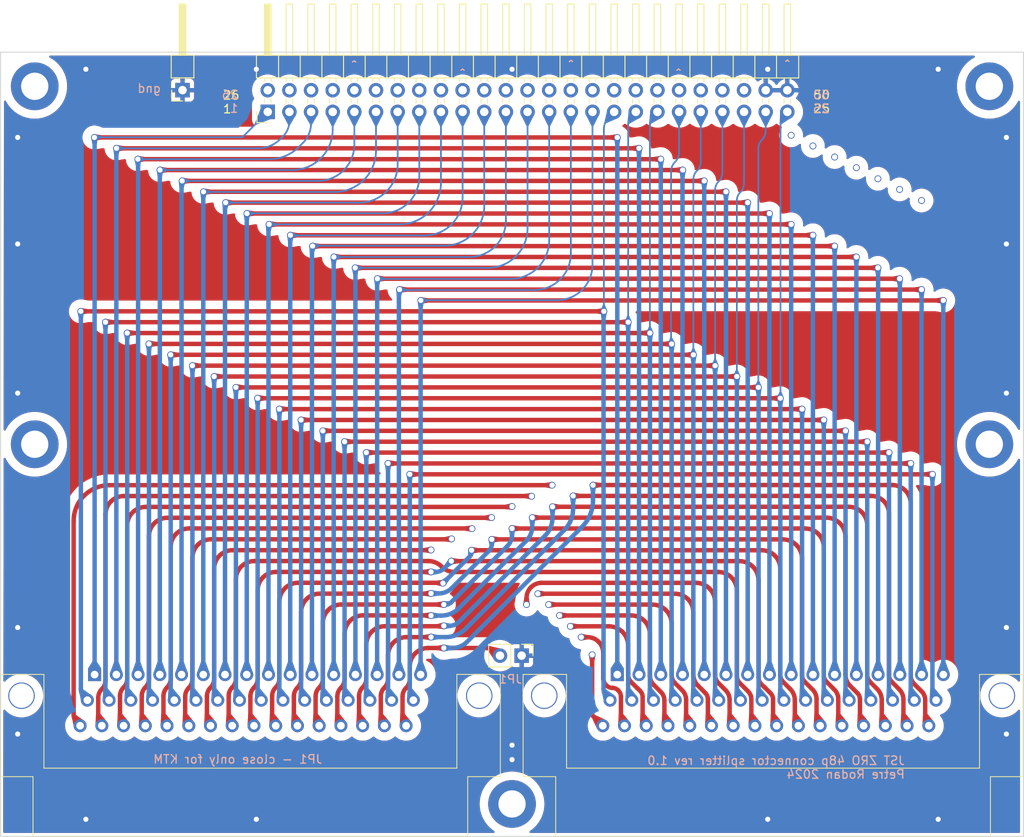
<source format=kicad_pcb>
(kicad_pcb (version 20221018) (generator pcbnew)
  (layers (0 "F.Cu" signal) (1 "In1.Cu" signal) (2 "In2.Cu" signal) (31 "B.Cu" signal) (34 "B.Paste" user) (35 "F.Paste" user) (36 "B.SilkS" user "B.Silkscreen") (37 "F.SilkS" user "F.Silkscreen") (38 "B.Mask" user) (39 "F.Mask" user) (44 "Edge.Cuts" user))
  (net 0 "")
  (net 1 "p1")
  (net 2 "p2")
  (net 3 "p3")
  (net 4 "p4")
  (net 5 "p5")
  (net 6 "p6")
  (net 7 "p7")
  (net 8 "p8")
  (net 9 "p9")
  (net 10 "p10")
  (net 11 "p11")
  (net 12 "p12")
  (net 13 "p13")
  (net 14 "p14")
  (net 15 "p15")
  (net 16 "p16")
  (net 17 "p17")
  (net 18 "p18")
  (net 19 "p19")
  (net 20 "p20")
  (net 21 "p21")
  (net 22 "p22")
  (net 23 "p23")
  (net 24 "p24")
  (net 25 "p25")
  (net 26 "p26")
  (net 27 "p27")
  (net 28 "p28")
  (net 29 "p29")
  (net 30 "p30")
  (net 31 "p31")
  (net 32 "p32")
  (net 33 "p33")
  (net 34 "p34")
  (net 35 "p35")
  (net 36 "p36")
  (net 37 "p37")
  (net 38 "p38")
  (net 39 "p39")
  (net 40 "p40")
  (net 41 "p41")
  (net 42 "p42")
  (net 43 "p43")
  (net 44 "p44")
  (net 45 "p45")
  (net 46 "p46")
  (net 47 "p47")
  (net 48 "p48")
  (net 49 "GND")
  (footprint "MountingHole:MountingHole_3.2mm_M3_DIN965_Pad_TopBottom" (layer "F.Cu") (at 132.6 134)
    (fp_text reference "REF**" hide)
    (fp_text value "MountingHole_3.2mm_M3_DIN965_Pad_TopBottom" hide)
  )
  (footprint "pff_connectors:PinHeader_2x25_P2.54mm_Horizontal" (layer "F.Cu") (at 103.94 52.8 90)
    (fp_text reference "J4" hide)
    (fp_text value "Conn_02x25_Top_Bottom" hide)
  )
  (footprint "pff_connectors:S48B-ZROK-2A" (layer "F.Cu") (at 163.225 121.8)
    (fp_text reference "J1" hide)
    (fp_text value "Conn_01x48" hide)
  )
  (footprint "MountingHole:MountingHole_3.2mm_M3_DIN965_Pad_TopBottom" (layer "F.Cu") (at 188.6 49.8)
    (fp_text reference "REF**" hide)
    (fp_text value "MountingHole_3.2mm_M3_DIN965_Pad_TopBottom" hide)
  )
  (footprint "MountingHole:MountingHole_3.2mm_M3_DIN965_Pad_TopBottom" (layer "F.Cu") (at 76.6 91.8)
    (fp_text reference "REF**" hide)
    (fp_text value "MountingHole_3.2mm_M3_DIN965_Pad_TopBottom" hide)
  )
  (footprint "MountingHole:MountingHole_3.2mm_M3_DIN965_Pad_TopBottom" (layer "F.Cu") (at 76.6 49.8)
    (fp_text reference "REF**" hide)
    (fp_text value "MountingHole_3.2mm_M3_DIN965_Pad_TopBottom" hide)
  )
  (footprint "Connector_PinHeader_2.54mm:PinHeader_1x01_P2.54mm_Horizontal" (layer "F.Cu") (at 93.94 50.251 90)
    (fp_text reference "J3" hide)
    (fp_text value "Conn_01x01_Pin" hide)
  )
  (footprint "Connector_PinHeader_2.54mm:PinHeader_1x02_P2.54mm_Vertical" (layer "F.Cu") (at 133.725 116.6 -90)
    (fp_text reference "JP1" hide)
    (fp_text value "Jumper_2_Open" hide)
  )
  (footprint "pff_connectors:S48B-ZROK-2A" (layer "F.Cu") (at 101.9 121.8)
    (fp_text reference "J2" hide)
    (fp_text value "Conn_01x48" hide)
  )
  (footprint "MountingHole:MountingHole_3.2mm_M3_DIN965_Pad_TopBottom" (layer "F.Cu") (at 188.6 91.8)
    (fp_text reference "REF**" hide)
    (fp_text value "MountingHole_3.2mm_M3_DIN965_Pad_TopBottom" hide)
  )
  (gr_line (start 72.6 45.8) (end 192.6 45.8) (stroke (width 0.1)) (layer "Edge.Cuts"))
  (gr_line (start 72.6 137.8) (end 72.6 45.8) (stroke (width 0.1)) (layer "Edge.Cuts"))
  (gr_line (start 192.6 45.8) (end 192.6 137.8) (stroke (width 0.1)) (layer "Edge.Cuts"))
  (gr_line (start 192.6 137.8) (end 72.6 137.8) (stroke (width 0.1)) (layer "Edge.Cuts"))
  (gr_text "JST ZRO 48p connector splitter rev 1.0\nPetre Rodan 2024" (at 178.77 131.11) (layer "B.SilkS") (effects (font (size 1 1)) (justify left bottom mirror)))
  (gr_text "^" (at 127.18 48.95) (layer "B.SilkS") (effects (font (size 1 1)) (justify left bottom mirror)))
  (gr_text "^" (at 165.29 47.91) (layer "B.SilkS") (effects (font (size 1 1)) (justify left bottom mirror)))
  (gr_text "gnd" (at 91.48 50.63) (layer "B.SilkS") (effects (font (size 1 1)) (justify left bottom mirror)))
  (gr_text "50\n25" (at 169.91 53.01) (layer "B.SilkS") (effects (font (size 1 1)) (justify left bottom mirror)))
  (gr_text "JP1" (at 133.85 119.95) (layer "B.SilkS") (effects (font (size 1 1)) (justify left bottom mirror)))
  (gr_text "^" (at 139.9 47.94) (layer "B.SilkS") (effects (font (size 1 1)) (justify left bottom mirror)))
  (gr_text "26\n1" (at 100.56 52.98) (layer "B.SilkS") (effects (font (size 1 1)) (justify left bottom mirror)))
  (gr_text "^" (at 114.46 47.99) (layer "B.SilkS") (effects (font (size 1 1)) (justify left bottom mirror)))
  (gr_text "JP1 - close only for KTM" (at 110.43 129.34) (layer "B.SilkS") (effects (font (size 1 1)) (justify left bottom mirror)))
  (gr_text "^" (at 152.52 48.95) (layer "B.SilkS") (effects (font (size 1 1)) (justify left bottom mirror)))
  (gr_text "50\n25" (at 167.89 53.01) (layer "F.SilkS") (effects (font (size 1 1)) (justify left bottom)))
  (gr_text "26\n1" (at 98.61 53.05) (layer "F.SilkS") (effects (font (size 1 1)) (justify left bottom)))
  (segment (start 144.95 55.8) (end 83.6 55.8) (width 0.52) (layer "F.Cu") (net 1))
  (via (at 144.95 55.8) (size 0.8) (drill 0.6) (layers "F.Cu" "B.Cu") (net 1))
  (via (at 83.6 55.8) (size 0.8) (drill 0.6) (layers "F.Cu" "B.Cu") (net 1))
  (segment (start 83.625 55.842677) (end 83.625 118.824) (width 0.52) (layer "B.Cu") (net 1))
  (segment (start 144.95 55.8) (end 144.95 118.824) (width 0.52) (layer "B.Cu") (net 1))
  (segment (start 101.071516 55.668483) (end 103.94 52.8) (width 0.2) (layer "B.Cu") (net 1))
  (segment (start 83.6 55.8) (end 83.615 55.785) (width 0.2) (layer "B.Cu") (net 1))
  (segment (start 101.071516 55.668483) (end 101.003838 55.736161) (width 0.2) (layer "B.Cu") (net 1))
  (segment (start 83.651213 55.77) (end 100.922143 55.77) (width 0.2) (layer "B.Cu") (net 1))
  (segment (start 83.6 55.8) (end 83.6125 55.8125) (width 0.52) (layer "B.Cu") (net 1))
  (arc (start 83.625 55.842677) (mid 83.621751 55.826345) (end 83.6125 55.8125) (width 0.52) (layer "B.Cu") (net 1))
  (arc (start 83.651213 55.77) (mid 83.631615 55.7739) (end 83.615 55.785) (width 0.2) (layer "B.Cu") (net 1))
  (arc (start 101.003838 55.736161) (mid 100.966356 55.761205) (end 100.922143 55.77) (width 0.2) (layer "B.Cu") (net 1))
  (segment (start 86.2 57.075) (end 147.5 57.075) (width 0.52) (layer "F.Cu") (net 2))
  (via (at 86.2 57.075) (size 0.8) (drill 0.6) (layers "F.Cu" "B.Cu") (net 2))
  (via (at 147.5 57.075) (size 0.8) (drill 0.6) (layers "F.Cu" "B.Cu") (net 2))
  (segment (start 106.48 53.86) (end 106.48 52.8) (width 0.2) (layer "B.Cu") (net 2))
  (segment (start 86.1875 57.0875) (end 86.2 57.075) (width 0.52) (layer "B.Cu") (net 2))
  (segment (start 105.730466 55.669533) (end 105.402499 55.997499) (width 0.2) (layer "B.Cu") (net 2))
  (segment (start 86.175 57.117677) (end 86.175 118.824) (width 0.52) (layer "B.Cu") (net 2))
  (segment (start 102.801184 57.075) (end 86.2 57.075) (width 0.2) (layer "B.Cu") (net 2))
  (segment (start 147.5 57.075) (end 147.5 118.824) (width 0.52) (layer "B.Cu") (net 2))
  (arc (start 105.402499 55.997499) (mid 104.209005 56.794966) (end 102.801184 57.075) (width 0.2) (layer "B.Cu") (net 2))
  (arc (start 86.1875 57.0875) (mid 86.178248 57.101345) (end 86.175 57.117677) (width 0.52) (layer "B.Cu") (net 2))
  (arc (start 106.48 53.86) (mid 106.285202 54.839312) (end 105.730466 55.669533) (width 0.2) (layer "B.Cu") (net 2))
  (segment (start 150.05 58.35) (end 88.7 58.35) (width 0.52) (layer "F.Cu") (net 3))
  (via (at 88.7 58.35) (size 0.8) (drill 0.6) (layers "F.Cu" "B.Cu") (net 3))
  (via (at 150.05 58.35) (size 0.8) (drill 0.6) (layers "F.Cu" "B.Cu") (net 3))
  (segment (start 104.120603 58.35) (end 88.7 58.35) (width 0.2) (layer "B.Cu") (net 3))
  (segment (start 108.072476 56.427523) (end 107.585 56.915) (width 0.2) (layer "B.Cu") (net 3))
  (segment (start 88.7125 58.3625) (end 88.7 58.35) (width 0.52) (layer "B.Cu") (net 3))
  (segment (start 109.02 54.14) (end 109.02 52.8) (width 0.2) (layer "B.Cu") (net 3))
  (segment (start 88.725 58.392677) (end 88.725 118.824) (width 0.52) (layer "B.Cu") (net 3))
  (segment (start 150.05 58.35) (end 150.05 118.824) (width 0.52) (layer "B.Cu") (net 3))
  (arc (start 108.072476 56.427523) (mid 108.773746 55.377998) (end 109.02 54.14) (width 0.2) (layer "B.Cu") (net 3))
  (arc (start 104.120603 58.35) (mid 105.995521 57.977055) (end 107.585 56.915) (width 0.2) (layer "B.Cu") (net 3))
  (arc (start 88.725 58.392677) (mid 88.721751 58.376345) (end 88.7125 58.3625) (width 0.52) (layer "B.Cu") (net 3))
  (segment (start 91.3 59.625) (end 152.625 59.625) (width 0.52) (layer "F.Cu") (net 4))
  (via (at 91.3 59.625) (size 0.8) (drill 0.6) (layers "F.Cu" "B.Cu") (net 4))
  (via (at 152.625 59.625) (size 0.8) (drill 0.6) (layers "F.Cu" "B.Cu") (net 4))
  (segment (start 152.6 59.667677) (end 152.6 118.824) (width 0.52) (layer "B.Cu") (net 4))
  (segment (start 111.56 54.870707) (end 111.56 52.8) (width 0.2) (layer "B.Cu") (net 4))
  (segment (start 91.3 59.625) (end 106.805707 59.625) (width 0.2) (layer "B.Cu") (net 4))
  (segment (start 152.6125 59.6375) (end 152.625 59.625) (width 0.52) (layer "B.Cu") (net 4))
  (segment (start 91.2875 59.6375) (end 91.3 59.625) (width 0.52) (layer "B.Cu") (net 4))
  (segment (start 91.275 59.667677) (end 91.275 118.824) (width 0.52) (layer "B.Cu") (net 4))
  (arc (start 152.6125 59.6375) (mid 152.603248 59.651345) (end 152.6 59.667677) (width 0.52) (layer "B.Cu") (net 4))
  (arc (start 91.2875 59.6375) (mid 91.278248 59.651345) (end 91.275 59.667677) (width 0.52) (layer "B.Cu") (net 4))
  (arc (start 110.1675 58.2325) (mid 108.625096 59.263101) (end 106.805707 59.625) (width 0.2) (layer "B.Cu") (net 4))
  (arc (start 110.1675 58.2325) (mid 111.198101 56.690096) (end 111.56 54.870707) (width 0.2) (layer "B.Cu") (net 4))
  (segment (start 93.9 60.9) (end 155.15 60.9) (width 0.52) (layer "F.Cu") (net 5))
  (via (at 93.9 60.9) (size 0.8) (drill 0.6) (layers "F.Cu" "B.Cu") (net 5))
  (via (at 155.15 60.9) (size 0.8) (drill 0.6) (layers "F.Cu" "B.Cu") (net 5))
  (segment (start 155.15 60.9) (end 155.15 118.824) (width 0.52) (layer "B.Cu") (net 5))
  (segment (start 114.1 56.632233) (end 114.1 52.8) (width 0.2) (layer "B.Cu") (net 5))
  (segment (start 93.825 61.028033) (end 93.825 118.824) (width 0.52) (layer "B.Cu") (net 5))
  (segment (start 109.832233 60.9) (end 93.9 60.9) (width 0.2) (layer "B.Cu") (net 5))
  (segment (start 93.8625 60.9375) (end 93.9 60.9) (width 0.52) (layer "B.Cu") (net 5))
  (arc (start 93.8625 60.9375) (mid 93.834745 60.979036) (end 93.825 61.028033) (width 0.52) (layer "B.Cu") (net 5))
  (arc (start 109.832233 60.9) (mid 111.465436 60.575135) (end 112.85 59.65) (width 0.2) (layer "B.Cu") (net 5))
  (arc (start 112.85 59.65) (mid 113.775135 58.265436) (end 114.1 56.632233) (width 0.2) (layer "B.Cu") (net 5))
  (segment (start 96.4 62.175) (end 157.7 62.175) (width 0.52) (layer "F.Cu") (net 6))
  (via (at 157.7 62.175) (size 0.8) (drill 0.6) (layers "F.Cu" "B.Cu") (net 6))
  (via (at 96.4 62.175) (size 0.8) (drill 0.6) (layers "F.Cu" "B.Cu") (net 6))
  (segment (start 116.64 57.351816) (end 116.64 52.8) (width 0.2) (layer "B.Cu") (net 6))
  (segment (start 96.4125 62.1875) (end 96.4 62.175) (width 0.2) (layer "B.Cu") (net 6))
  (segment (start 96.4 62.175) (end 96.3875 62.1875) (width 0.52) (layer "B.Cu") (net 6))
  (segment (start 96.375 62.217677) (end 96.375 118.824) (width 0.52) (layer "B.Cu") (net 6))
  (segment (start 96.442677 62.2) (end 111.791816 62.2) (width 0.2) (layer "B.Cu") (net 6))
  (segment (start 157.7 62.175) (end 157.7 118.824) (width 0.52) (layer "B.Cu") (net 6))
  (arc (start 96.3875 62.1875) (mid 96.378248 62.201345) (end 96.375 62.217677) (width 0.52) (layer "B.Cu") (net 6))
  (arc (start 96.442677 62.2) (mid 96.426345 62.196751) (end 96.4125 62.1875) (width 0.2) (layer "B.Cu") (net 6))
  (arc (start 115.22 60.78) (mid 116.270954 59.207135) (end 116.64 57.351816) (width 0.2) (layer "B.Cu") (net 6))
  (arc (start 115.22 60.78) (mid 113.647135 61.830954) (end 111.791816 62.2) (width 0.2) (layer "B.Cu") (net 6))
  (segment (start 99 63.45) (end 160.25 63.45) (width 0.52) (layer "F.Cu") (net 7))
  (via (at 160.25 63.45) (size 0.8) (drill 0.6) (layers "F.Cu" "B.Cu") (net 7))
  (via (at 99 63.45) (size 0.8) (drill 0.6) (layers "F.Cu" "B.Cu") (net 7))
  (segment (start 114.690309 63.45) (end 99 63.45) (width 0.2) (layer "B.Cu") (net 7))
  (segment (start 98.925 63.578033) (end 98.925 118.824) (width 0.52) (layer "B.Cu") (net 7))
  (segment (start 98.9625 63.4875) (end 99 63.45) (width 0.52) (layer "B.Cu") (net 7))
  (segment (start 160.25 63.45) (end 160.25 118.824) (width 0.52) (layer "B.Cu") (net 7))
  (segment (start 119.18 58.960309) (end 119.18 52.8) (width 0.2) (layer "B.Cu") (net 7))
  (arc (start 98.9625 63.4875) (mid 98.934745 63.529036) (end 98.925 63.578033) (width 0.52) (layer "B.Cu") (net 7))
  (arc (start 117.865 62.135) (mid 118.838242 60.678439) (end 119.18 58.960309) (width 0.2) (layer "B.Cu") (net 7))
  (arc (start 117.865 62.135) (mid 116.408439 63.108242) (end 114.690309 63.45) (width 0.2) (layer "B.Cu") (net 7))
  (segment (start 162.8 64.725) (end 101.5 64.725) (width 0.52) (layer "F.Cu") (net 8))
  (via (at 101.5 64.725) (size 0.8) (drill 0.6) (layers "F.Cu" "B.Cu") (net 8))
  (via (at 162.8 64.725) (size 0.8) (drill 0.6) (layers "F.Cu" "B.Cu") (net 8))
  (segment (start 101.5125 64.7125) (end 101.5 64.725) (width 0.2) (layer "B.Cu") (net 8))
  (segment (start 101.542677 64.7) (end 117.41809 64.7) (width 0.2) (layer "B.Cu") (net 8))
  (segment (start 121.72 60.39809) (end 121.72 52.8) (width 0.2) (layer "B.Cu") (net 8))
  (segment (start 162.8 64.725) (end 162.8 118.824) (width 0.52) (layer "B.Cu") (net 8))
  (segment (start 101.5 64.725) (end 101.4875 64.7375) (width 0.52) (layer "B.Cu") (net 8))
  (segment (start 101.475 64.767677) (end 101.475 118.824) (width 0.52) (layer "B.Cu") (net 8))
  (arc (start 121.72 60.39809) (mid 121.392536 62.04436) (end 120.46 63.44) (width 0.2) (layer "B.Cu") (net 8))
  (arc (start 101.542677 64.7) (mid 101.526345 64.703248) (end 101.5125 64.7125) (width 0.2) (layer "B.Cu") (net 8))
  (arc (start 117.41809 64.7) (mid 119.06436 64.372536) (end 120.46 63.44) (width 0.2) (layer "B.Cu") (net 8))
  (arc (start 101.475 64.767677) (mid 101.478248 64.751345) (end 101.4875 64.7375) (width 0.52) (layer "B.Cu") (net 8))
  (segment (start 104.1 66) (end 165.35 66) (width 0.52) (layer "F.Cu") (net 9))
  (via (at 104.1 66) (size 0.8) (drill 0.6) (layers "F.Cu" "B.Cu") (net 9))
  (via (at 165.35 66) (size 0.8) (drill 0.6) (layers "F.Cu" "B.Cu") (net 9))
  (segment (start 104.025 66.128033) (end 104.025 118.824) (width 0.52) (layer "B.Cu") (net 9))
  (segment (start 119.377674 66) (end 104.1 66) (width 0.2) (layer "B.Cu") (net 9))
  (segment (start 165.35 66) (end 165.35 118.824) (width 0.52) (layer "B.Cu") (net 9))
  (segment (start 124.26 61.117674) (end 124.26 52.8) (width 0.2) (layer "B.Cu") (net 9))
  (segment (start 104.1 66) (end 104.0625 66.0375) (width 0.52) (layer "B.Cu") (net 9))
  (arc (start 104.025 66.128033) (mid 104.034745 66.079036) (end 104.0625 66.0375) (width 0.52) (layer "B.Cu") (net 9))
  (arc (start 124.26 61.117674) (mid 123.888355 62.986059) (end 122.83 64.57) (width 0.2) (layer "B.Cu") (net 9))
  (arc (start 119.377674 66) (mid 121.246059 65.628355) (end 122.83 64.57) (width 0.2) (layer "B.Cu") (net 9))
  (segment (start 106.6 67.275) (end 167.9 67.275) (width 0.52) (layer "F.Cu") (net 10))
  (via (at 167.9 67.275) (size 0.8) (drill 0.6) (layers "F.Cu" "B.Cu") (net 10))
  (via (at 106.6 67.275) (size 0.8) (drill 0.6) (layers "F.Cu" "B.Cu") (net 10))
  (segment (start 106.575 67.317677) (end 106.575 118.824) (width 0.52) (layer "B.Cu") (net 10))
  (segment (start 106.6 67.275) (end 106.5875 67.2875) (width 0.52) (layer "B.Cu") (net 10))
  (segment (start 126.8 62.861522) (end 126.8 52.8) (width 0.2) (layer "B.Cu") (net 10))
  (segment (start 167.9 67.275) (end 167.9 118.824) (width 0.52) (layer "B.Cu") (net 10))
  (segment (start 106.6125 67.2875) (end 106.6 67.275) (width 0.2) (layer "B.Cu") (net 10))
  (segment (start 106.642677 67.3) (end 122.361522 67.3) (width 0.2) (layer "B.Cu") (net 10))
  (arc (start 125.5 66) (mid 124.060054 66.962141) (end 122.361522 67.3) (width 0.2) (layer "B.Cu") (net 10))
  (arc (start 106.575 67.317677) (mid 106.578248 67.301345) (end 106.5875 67.2875) (width 0.52) (layer "B.Cu") (net 10))
  (arc (start 126.8 62.861522) (mid 126.462141 64.560054) (end 125.5 66) (width 0.2) (layer "B.Cu") (net 10))
  (arc (start 106.6125 67.2875) (mid 106.626345 67.296751) (end 106.642677 67.3) (width 0.2) (layer "B.Cu") (net 10))
  (segment (start 109.2 68.55) (end 170.45 68.55) (width 0.52) (layer "F.Cu") (net 11))
  (via (at 170.45 68.55) (size 0.8) (drill 0.6) (layers "F.Cu" "B.Cu") (net 11))
  (via (at 109.2 68.55) (size 0.8) (drill 0.6) (layers "F.Cu" "B.Cu") (net 11))
  (segment (start 129.34 63.822527) (end 129.34 52.8) (width 0.2) (layer "B.Cu") (net 11))
  (segment (start 170.45 68.55) (end 170.45 118.824) (width 0.52) (layer "B.Cu") (net 11))
  (segment (start 124.662527 68.5) (end 109.285355 68.5) (width 0.2) (layer "B.Cu") (net 11))
  (segment (start 109.225 68.525) (end 109.2 68.55) (width 0.2) (layer "B.Cu") (net 11))
  (segment (start 109.2 68.55) (end 109.1625 68.5875) (width 0.52) (layer "B.Cu") (net 11))
  (segment (start 109.125 68.678033) (end 109.125 118.824) (width 0.52) (layer "B.Cu") (net 11))
  (arc (start 127.97 67.13) (mid 128.983948 65.612518) (end 129.34 63.822527) (width 0.2) (layer "B.Cu") (net 11))
  (arc (start 109.125 68.678033) (mid 109.134745 68.629036) (end 109.1625 68.5875) (width 0.52) (layer "B.Cu") (net 11))
  (arc (start 109.225 68.525) (mid 109.252691 68.506497) (end 109.285355 68.5) (width 0.2) (layer "B.Cu") (net 11))
  (arc (start 124.662527 68.5) (mid 126.452518 68.143948) (end 127.97 67.13) (width 0.2) (layer "B.Cu") (net 11))
  (segment (start 173 69.825) (end 111.7 69.825) (width 0.52) (layer "F.Cu") (net 12))
  (via (at 111.7 69.825) (size 0.8) (drill 0.6) (layers "F.Cu" "B.Cu") (net 12))
  (via (at 173 69.825) (size 0.8) (drill 0.6) (layers "F.Cu" "B.Cu") (net 12))
  (segment (start 131.88 65.548697) (end 131.88 52.8) (width 0.2) (layer "B.Cu") (net 12))
  (segment (start 111.7 69.825) (end 111.6875 69.8375) (width 0.52) (layer "B.Cu") (net 12))
  (segment (start 111.7 69.825) (end 111.775 69.9) (width 0.2) (layer "B.Cu") (net 12))
  (segment (start 111.675 69.867677) (end 111.675 118.824) (width 0.52) (layer "B.Cu") (net 12))
  (segment (start 127.603697 69.825) (end 111.775 69.825) (width 0.2) (layer "B.Cu") (net 12))
  (segment (start 173 69.825) (end 173 118.824) (width 0.52) (layer "B.Cu") (net 12))
  (arc (start 111.6875 69.8375) (mid 111.678248 69.851345) (end 111.675 69.867677) (width 0.52) (layer "B.Cu") (net 12))
  (arc (start 130.6275 68.5725) (mid 129.240167 69.499485) (end 127.603697 69.825) (width 0.2) (layer "B.Cu") (net 12))
  (arc (start 131.88 65.548697) (mid 131.554485 67.185167) (end 130.6275 68.5725) (width 0.2) (layer "B.Cu") (net 12))
  (segment (start 175.525 71.1) (end 114.2 71.1) (width 0.52) (layer "F.Cu") (net 13))
  (via (at 175.525 71.1) (size 0.8) (drill 0.6) (layers "F.Cu" "B.Cu") (net 13))
  (via (at 114.2 71.1) (size 0.8) (drill 0.6) (layers "F.Cu" "B.Cu") (net 13))
  (segment (start 175.525 71.1) (end 175.5375 71.1125) (width 0.52) (layer "B.Cu") (net 13))
  (segment (start 134.42 66.456669) (end 134.42 52.8) (width 0.2) (layer "B.Cu") (net 13))
  (segment (start 175.55 71.142677) (end 175.55 118.824) (width 0.52) (layer "B.Cu") (net 13))
  (segment (start 129.776669 71.1) (end 114.2 71.1) (width 0.2) (layer "B.Cu") (net 13))
  (segment (start 114.2 71.1) (end 114.2125 71.1125) (width 0.52) (layer "B.Cu") (net 13))
  (segment (start 114.225 71.142677) (end 114.225 118.824) (width 0.52) (layer "B.Cu") (net 13))
  (arc (start 134.42 66.456669) (mid 134.066547 68.233595) (end 133.06 69.74) (width 0.2) (layer "B.Cu") (net 13))
  (arc (start 175.55 71.142677) (mid 175.546751 71.126345) (end 175.5375 71.1125) (width 0.52) (layer "B.Cu") (net 13))
  (arc (start 114.2125 71.1125) (mid 114.221751 71.126345) (end 114.225 71.142677) (width 0.52) (layer "B.Cu") (net 13))
  (arc (start 133.06 69.74) (mid 131.553595 70.746547) (end 129.776669 71.1) (width 0.2) (layer "B.Cu") (net 13))
  (segment (start 178.075 72.375) (end 116.8 72.375) (width 0.52) (layer "F.Cu") (net 14))
  (via (at 116.8 72.375) (size 0.8) (drill 0.6) (layers "F.Cu" "B.Cu") (net 14))
  (via (at 178.075 72.375) (size 0.8) (drill 0.6) (layers "F.Cu" "B.Cu") (net 14))
  (segment (start 178.1 72.417677) (end 178.1 118.824) (width 0.52) (layer "B.Cu") (net 14))
  (segment (start 116.8 72.375) (end 116.8125 72.3875) (width 0.2) (layer "B.Cu") (net 14))
  (segment (start 116.775 72.417677) (end 116.775 118.824) (width 0.52) (layer "B.Cu") (net 14))
  (segment (start 116.8 72.375) (end 116.7875 72.3875) (width 0.52) (layer "B.Cu") (net 14))
  (segment (start 132.419095 72.4) (end 116.842677 72.4) (width 0.2) (layer "B.Cu") (net 14))
  (segment (start 178.075 72.375) (end 178.0875 72.3875) (width 0.52) (layer "B.Cu") (net 14))
  (segment (start 136.96 67.859095) (end 136.96 52.8) (width 0.2) (layer "B.Cu") (net 14))
  (arc (start 116.842677 72.4) (mid 116.826345 72.396751) (end 116.8125 72.3875) (width 0.2) (layer "B.Cu") (net 14))
  (arc (start 136.96 67.859095) (mid 136.614344 69.596824) (end 135.63 71.07) (width 0.2) (layer "B.Cu") (net 14))
  (arc (start 178.0875 72.3875) (mid 178.096751 72.401345) (end 178.1 72.417677) (width 0.52) (layer "B.Cu") (net 14))
  (arc (start 132.419095 72.4) (mid 134.156824 72.054344) (end 135.63 71.07) (width 0.2) (layer "B.Cu") (net 14))
  (arc (start 116.775 72.417677) (mid 116.778248 72.401345) (end 116.7875 72.3875) (width 0.52) (layer "B.Cu") (net 14))
  (segment (start 119.4 73.65) (end 180.65 73.65) (width 0.52) (layer "F.Cu") (net 15))
  (via (at 119.4 73.65) (size 0.8) (drill 0.6) (layers "F.Cu" "B.Cu") (net 15))
  (via (at 180.65 73.65) (size 0.8) (drill 0.6) (layers "F.Cu" "B.Cu") (net 15))
  (segment (start 119.485355 73.7) (end 135.232233 73.7) (width 0.2) (layer "B.Cu") (net 15))
  (segment (start 119.4 73.65) (end 119.3625 73.6875) (width 0.52) (layer "B.Cu") (net 15))
  (segment (start 180.65 73.65) (end 180.65 118.824) (width 0.52) (layer "B.Cu") (net 15))
  (segment (start 119.325 73.778033) (end 119.325 118.824) (width 0.52) (layer "B.Cu") (net 15))
  (segment (start 139.5 69.432233) (end 139.5 52.8) (width 0.2) (layer "B.Cu") (net 15))
  (segment (start 119.4 73.65) (end 119.425 73.675) (width 0.2) (layer "B.Cu") (net 15))
  (arc (start 138.25 72.45) (mid 136.865436 73.375135) (end 135.232233 73.7) (width 0.2) (layer "B.Cu") (net 15))
  (arc (start 119.425 73.675) (mid 119.452691 73.693502) (end 119.485355 73.7) (width 0.2) (layer "B.Cu") (net 15))
  (arc (start 119.325 73.778033) (mid 119.334745 73.729036) (end 119.3625 73.6875) (width 0.52) (layer "B.Cu") (net 15))
  (arc (start 139.5 69.432233) (mid 139.175135 71.065436) (end 138.25 72.45) (width 0.2) (layer "B.Cu") (net 15))
  (segment (start 121.9 74.925) (end 183.2 74.925) (width 0.52) (layer "F.Cu") (net 16))
  (via (at 183.2 74.925) (size 0.8) (drill 0.6) (layers "F.Cu" "B.Cu") (net 16))
  (via (at 121.9 74.925) (size 0.8) (drill 0.6) (layers "F.Cu" "B.Cu") (net 16))
  (segment (start 142.04 70.734659) (end 142.04 52.8) (width 0.2) (layer "B.Cu") (net 16))
  (segment (start 121.875 74.967677) (end 121.875 118.824) (width 0.52) (layer "B.Cu") (net 16))
  (segment (start 121.9125 74.9125) (end 121.9 74.925) (width 0.2) (layer "B.Cu") (net 16))
  (segment (start 121.9 74.925) (end 121.8875 74.9375) (width 0.52) (layer "B.Cu") (net 16))
  (segment (start 183.2 74.925) (end 183.2 118.824) (width 0.52) (layer "B.Cu") (net 16))
  (segment (start 121.942677 74.9) (end 137.874659 74.9) (width 0.2) (layer "B.Cu") (net 16))
  (arc (start 121.875 74.967677) (mid 121.878248 74.951345) (end 121.8875 74.9375) (width 0.52) (layer "B.Cu") (net 16))
  (arc (start 137.874659 74.9) (mid 139.468666 74.582932) (end 140.82 73.68) (width 0.2) (layer "B.Cu") (net 16))
  (arc (start 142.04 70.734659) (mid 141.722932 72.328666) (end 140.82 73.68) (width 0.2) (layer "B.Cu") (net 16))
  (arc (start 121.9125 74.9125) (mid 121.926345 74.903248) (end 121.942677 74.9) (width 0.2) (layer "B.Cu") (net 16))
  (segment (start 143.375 76.2) (end 82 76.2) (width 0.52) (layer "F.Cu") (net 17))
  (via (at 143.375 76.2) (size 0.8) (drill 0.6) (layers "F.Cu" "B.Cu") (net 17))
  (via (at 82 76.2) (size 0.8) (drill 0.6) (layers "F.Cu" "B.Cu") (net 17))
  (segment (start 143.9775 53.4025) (end 144.58 52.8) (width 0.2) (layer "B.Cu") (net 17))
  (segment (start 143.375 76.2) (end 143.375 54.857063) (width 0.2) (layer "B.Cu") (net 17))
  (segment (start 143.338001 120.523186) (end 143.338001 76.263161) (width 0.52) (layer "B.Cu") (net 17))
  (segment (start 82.394 121.443) (end 82.775 121.824) (width 0.52) (layer "B.Cu") (net 17))
  (segment (start 82 76.2) (end 82.0065 76.2065) (width 0.52) (layer "B.Cu") (net 17))
  (segment (start 143.375 76.2) (end 143.3565 76.218499) (width 0.52) (layer "B.Cu") (net 17))
  (segment (start 82.013001 76.222194) (end 82.013001 120.523186) (width 0.52) (layer "B.Cu") (net 17))
  (segment (start 143.719 121.443) (end 144.1 121.824) (width 0.52) (layer "B.Cu") (net 17))
  (arc (start 143.9775 53.4025) (mid 143.531584 54.069859) (end 143.375 54.857063) (width 0.2) (layer "B.Cu") (net 17))
  (arc (start 82.013001 76.222194) (mid 82.011311 76.2137) (end 82.0065 76.2065) (width 0.52) (layer "B.Cu") (net 17))
  (arc (start 143.3565 76.218499) (mid 143.342808 76.23899) (end 143.338001 76.263161) (width 0.52) (layer "B.Cu") (net 17))
  (arc (start 143.719 121.443) (mid 143.437019 121.020985) (end 143.338001 120.523186) (width 0.52) (layer "B.Cu") (net 17))
  (arc (start 82.394 121.443) (mid 82.112019 121.020985) (end 82.013001 120.523186) (width 0.52) (layer "B.Cu") (net 17))
  (segment (start 84.9 77.475) (end 146.225 77.475) (width 0.52) (layer "F.Cu") (net 18))
  (via (at 84.9 77.475) (size 0.8) (drill 0.6) (layers "F.Cu" "B.Cu") (net 18))
  (via (at 146.225 77.475) (size 0.8) (drill 0.6) (layers "F.Cu" "B.Cu") (net 18))
  (segment (start 85.1125 121.6115) (end 85.325 121.824) (width 0.52) (layer "B.Cu") (net 18))
  (segment (start 146.439 121.613) (end 146.65 121.824) (width 0.52) (layer "B.Cu") (net 18))
  (segment (start 84.9 121.098479) (end 84.9 77.475) (width 0.52) (layer "B.Cu") (net 18))
  (segment (start 146.228 77.480121) (end 146.228 121.1036) (width 0.52) (layer "B.Cu") (net 18))
  (segment (start 146.6725 53.2475) (end 147.12 52.8) (width 0.2) (layer "B.Cu") (net 18))
  (segment (start 146.225 77.475) (end 146.225 54.32786) (width 0.2) (layer "B.Cu") (net 18))
  (segment (start 146.225 77.475) (end 146.2265 77.4765) (width 0.52) (layer "B.Cu") (net 18))
  (arc (start 146.439 121.613) (mid 146.282837 121.379285) (end 146.228 121.1036) (width 0.52) (layer "B.Cu") (net 18))
  (arc (start 146.2265 77.4765) (mid 146.22761 77.478161) (end 146.228 77.480121) (width 0.52) (layer "B.Cu") (net 18))
  (arc (start 146.225 54.32786) (mid 146.341301 53.743173) (end 146.6725 53.2475) (width 0.2) (layer "B.Cu") (net 18))
  (arc (start 84.9 121.098479) (mid 84.955226 121.376124) (end 85.1125 121.6115) (width 0.52) (layer "B.Cu") (net 18))
  (segment (start 87.45 78.75) (end 148.775 78.75) (width 0.52) (layer "F.Cu") (net 19))
  (via (at 87.45 78.75) (size 0.8) (drill 0.6) (layers "F.Cu" "B.Cu") (net 19))
  (via (at 148.775 78.75) (size 0.8) (drill 0.6) (layers "F.Cu" "B.Cu") (net 19))
  (segment (start 87.664 121.613) (end 87.875 121.824) (width 0.52) (layer "B.Cu") (net 19))
  (segment (start 149.2175 53.2425) (end 149.66 52.8) (width 0.2) (layer "B.Cu") (net 19))
  (segment (start 148.778 121.1036) (end 148.778 78.755121) (width 0.52) (layer "B.Cu") (net 19))
  (segment (start 87.453 78.755121) (end 87.453 121.1036) (width 0.52) (layer "B.Cu") (net 19))
  (segment (start 148.989 121.613) (end 149.2 121.824) (width 0.52) (layer "B.Cu") (net 19))
  (segment (start 148.775 78.75) (end 148.775 54.310789) (width 0.2) (layer "B.Cu") (net 19))
  (segment (start 87.4515 78.7515) (end 87.45 78.75) (width 0.52) (layer "B.Cu") (net 19))
  (segment (start 148.775 78.75) (end 148.7765 78.7515) (width 0.52) (layer "B.Cu") (net 19))
  (arc (start 87.664 121.613) (mid 87.507837 121.379285) (end 87.453 121.1036) (width 0.52) (layer "B.Cu") (net 19))
  (arc (start 148.778 121.1036) (mid 148.832837 121.379285) (end 148.989 121.613) (width 0.52) (layer "B.Cu") (net 19))
  (arc (start 148.778 78.755121) (mid 148.77761 78.753161) (end 148.7765 78.7515) (width 0.52) (layer "B.Cu") (net 19))
  (arc (start 149.2175 53.2425) (mid 148.890002 53.732635) (end 148.775 54.310789) (width 0.2) (layer "B.Cu") (net 19))
  (arc (start 87.4515 78.7515) (mid 87.45261 78.753161) (end 87.453 78.755121) (width 0.52) (layer "B.Cu") (net 19))
  (segment (start 90 80.025) (end 151.325 80.025) (width 0.52) (layer "F.Cu") (net 20))
  (via (at 90 80.025) (size 0.8) (drill 0.6) (layers "F.Cu" "B.Cu") (net 20))
  (via (at 151.325 80.025) (size 0.8) (drill 0.6) (layers "F.Cu" "B.Cu") (net 20))
  (segment (start 151.5375 121.6115) (end 151.75 121.824) (width 0.52) (layer "B.Cu") (net 20))
  (segment (start 152.2 57.535319) (end 152.2 52.8) (width 0.2) (layer "B.Cu") (net 20))
  (segment (start 90.0015 80.0265) (end 90 80.025) (width 0.52) (layer "B.Cu") (net 20))
  (segment (start 151.325 121.098479) (end 151.325 80.025) (width 0.52) (layer "B.Cu") (net 20))
  (segment (start 90.003 80.030121) (end 90.003 121.1036) (width 0.52) (layer "B.Cu") (net 20))
  (segment (start 151.2925 79.9925) (end 151.325 80.025) (width 0.2) (layer "B.Cu") (net 20))
  (segment (start 90.214 121.613) (end 90.425 121.824) (width 0.52) (layer "B.Cu") (net 20))
  (segment (start 151.26 59.80468) (end 151.26 79.914038) (width 0.2) (layer "B.Cu") (net 20))
  (arc (start 152.2 57.535319) (mid 152.07785 58.149404) (end 151.73 58.67) (width 0.2) (layer "B.Cu") (net 20))
  (arc (start 90.214 121.613) (mid 90.057837 121.379285) (end 90.003 121.1036) (width 0.52) (layer "B.Cu") (net 20))
  (arc (start 151.26 59.80468) (mid 151.382149 59.190595) (end 151.73 58.67) (width 0.2) (layer "B.Cu") (net 20))
  (arc (start 90.0015 80.0265) (mid 90.00261 80.028161) (end 90.003 80.030121) (width 0.52) (layer "B.Cu") (net 20))
  (arc (start 151.325 121.098479) (mid 151.380226 121.376124) (end 151.5375 121.6115) (width 0.52) (layer "B.Cu") (net 20))
  (arc (start 151.26 79.914038) (mid 151.268446 79.956501) (end 151.2925 79.9925) (width 0.2) (layer "B.Cu") (net 20))
  (segment (start 92.55 81.3) (end 153.875 81.3) (width 0.52) (layer "F.Cu") (net 21))
  (via (at 92.55 81.3) (size 0.8) (drill 0.6) (layers "F.Cu" "B.Cu") (net 21))
  (via (at 153.875 81.3) (size 0.8) (drill 0.6) (layers "F.Cu" "B.Cu") (net 21))
  (segment (start 153.872 121.093358) (end 153.872 81.305121) (width 0.52) (layer "B.Cu") (net 21))
  (segment (start 92.5515 81.3015) (end 92.55 81.3) (width 0.52) (layer "B.Cu") (net 21))
  (segment (start 92.764 121.613) (end 92.975 121.824) (width 0.52) (layer "B.Cu") (net 21))
  (segment (start 153.8735 81.3015) (end 153.875 81.3) (width 0.52) (layer "B.Cu") (net 21))
  (segment (start 153.875 60.736647) (end 153.875 81.3) (width 0.2) (layer "B.Cu") (net 21))
  (segment (start 92.553 121.1036) (end 92.553 81.305121) (width 0.52) (layer "B.Cu") (net 21))
  (segment (start 154.74 58.648352) (end 154.74 52.8) (width 0.2) (layer "B.Cu") (net 21))
  (segment (start 154.086 121.61) (end 154.3 121.824) (width 0.52) (layer "B.Cu") (net 21))
  (arc (start 154.74 58.648352) (mid 154.627596 59.21344) (end 154.3075 59.6925) (width 0.2) (layer "B.Cu") (net 21))
  (arc (start 92.553 81.305121) (mid 92.55261 81.303161) (end 92.5515 81.3015) (width 0.52) (layer "B.Cu") (net 21))
  (arc (start 153.872 121.093358) (mid 153.927616 121.372962) (end 154.086 121.61) (width 0.52) (layer "B.Cu") (net 21))
  (arc (start 92.553 121.1036) (mid 92.607837 121.379285) (end 92.764 121.613) (width 0.52) (layer "B.Cu") (net 21))
  (arc (start 153.8735 81.3015) (mid 153.872389 81.303161) (end 153.872 81.305121) (width 0.52) (layer "B.Cu") (net 21))
  (arc (start 154.3075 59.6925) (mid 153.987403 60.171558) (end 153.875 60.736647) (width 0.2) (layer "B.Cu") (net 21))
  (segment (start 95.1 82.575) (end 156.425 82.575) (width 0.52) (layer "F.Cu") (net 22))
  (via (at 156.425 82.575) (size 0.8) (drill 0.6) (layers "F.Cu" "B.Cu") (net 22))
  (via (at 95.1 82.575) (size 0.8) (drill 0.6) (layers "F.Cu" "B.Cu") (net 22))
  (segment (start 95.103 82.580121) (end 95.103 121.1036) (width 0.52) (layer "B.Cu") (net 22))
  (segment (start 156.639 121.613) (end 156.85 121.824) (width 0.52) (layer "B.Cu") (net 22))
  (segment (start 156.4265 82.5765) (end 156.425 82.575) (width 0.52) (layer "B.Cu") (net 22))
  (segment (start 156.425 61.979576) (end 156.425 82.575) (width 0.2) (layer "B.Cu") (net 22))
  (segment (start 156.428 82.580121) (end 156.428 121.1036) (width 0.52) (layer "B.Cu") (net 22))
  (segment (start 95.1015 82.5765) (end 95.1 82.575) (width 0.52) (layer "B.Cu") (net 22))
  (segment (start 157.28 59.915423) (end 157.28 52.8) (width 0.2) (layer "B.Cu") (net 22))
  (segment (start 95.314 121.613) (end 95.525 121.824) (width 0.52) (layer "B.Cu") (net 22))
  (arc (start 156.639 121.613) (mid 156.482837 121.379285) (end 156.428 121.1036) (width 0.52) (layer "B.Cu") (net 22))
  (arc (start 95.314 121.613) (mid 95.157837 121.379285) (end 95.103 121.1036) (width 0.52) (layer "B.Cu") (net 22))
  (arc (start 156.428 82.580121) (mid 156.42761 82.578161) (end 156.4265 82.5765) (width 0.52) (layer "B.Cu") (net 22))
  (arc (start 156.425 61.979576) (mid 156.536103 61.42102) (end 156.8525 60.9475) (width 0.2) (layer "B.Cu") (net 22))
  (arc (start 95.103 82.580121) (mid 95.10261 82.578161) (end 95.1015 82.5765) (width 0.52) (layer "B.Cu") (net 22))
  (arc (start 157.28 59.915423) (mid 157.168896 60.473979) (end 156.8525 60.9475) (width 0.2) (layer "B.Cu") (net 22))
  (segment (start 97.65 83.85) (end 158.975 83.85) (width 0.52) (layer "F.Cu") (net 23))
  (via (at 158.975 83.85) (size 0.8) (drill 0.6) (layers "F.Cu" "B.Cu") (net 23))
  (via (at 97.65 83.85) (size 0.8) (drill 0.6) (layers "F.Cu" "B.Cu") (net 23))
  (segment (start 159.189 121.613) (end 159.4 121.824) (width 0.52) (layer "B.Cu") (net 23))
  (segment (start 158.975 63.222505) (end 158.975 83.85) (width 0.2) (layer "B.Cu") (net 23))
  (segment (start 97.653 121.1036) (end 97.653 83.855121) (width 0.52) (layer "B.Cu") (net 23))
  (segment (start 159.82 61.182494) (end 159.82 52.8) (width 0.2) (layer "B.Cu") (net 23))
  (segment (start 97.65 83.85) (end 97.6515 83.8515) (width 0.52) (layer "B.Cu") (net 23))
  (segment (start 158.978 121.1036) (end 158.978 83.855121) (width 0.52) (layer "B.Cu") (net 23))
  (segment (start 158.9765 83.8515) (end 158.975 83.85) (width 0.52) (layer "B.Cu") (net 23))
  (segment (start 97.864 121.613) (end 98.075 121.824) (width 0.52) (layer "B.Cu") (net 23))
  (arc (start 97.653 83.855121) (mid 97.65261 83.853161) (end 97.6515 83.8515) (width 0.52) (layer "B.Cu") (net 23))
  (arc (start 159.82 61.182494) (mid 159.710195 61.734517) (end 159.3975 62.2025) (width 0.2) (layer "B.Cu") (net 23))
  (arc (start 97.653 121.1036) (mid 97.707837 121.379285) (end 97.864 121.613) (width 0.52) (layer "B.Cu") (net 23))
  (arc (start 158.9765 83.8515) (mid 158.97761 83.853161) (end 158.978 83.855121) (width 0.52) (layer "B.Cu") (net 23))
  (arc (start 159.189 121.613) (mid 159.032837 121.379285) (end 158.978 121.1036) (width 0.52) (layer "B.Cu") (net 23))
  (arc (start 158.975 63.222505) (mid 159.084804 62.670482) (end 159.3975 62.2025) (width 0.2) (layer "B.Cu") (net 23))
  (segment (start 161.5 85.125) (end 100.2 85.125) (width 0.52) (layer "F.Cu") (net 24))
  (via (at 161.5 85.125) (size 0.8) (drill 0.6) (layers "F.Cu" "B.Cu") (net 24))
  (via (at 100.2 85.125) (size 0.8) (drill 0.6) (layers "F.Cu" "B.Cu") (net 24))
  (segment (start 100.203 85.130121) (end 100.203 121.1036) (width 0.52) (layer "B.Cu") (net 24))
  (segment (start 100.2015 85.1265) (end 100.2 85.125) (width 0.52) (layer "B.Cu") (net 24))
  (segment (start 161.5 85.125) (end 161.5 57.108111) (width 0.2) (layer "B.Cu") (net 24))
  (segment (start 162.36 55.031888) (end 162.36 52.8) (width 0.2) (layer "B.Cu") (net 24))
  (segment (start 161.528 85.172798) (end 161.528 121.1036) (width 0.52) (layer "B.Cu") (net 24))
  (segment (start 100.414 121.613) (end 100.625 121.824) (width 0.52) (layer "B.Cu") (net 24))
  (segment (start 161.514 85.139) (end 161.5 85.125) (width 0.52) (layer "B.Cu") (net 24))
  (segment (start 161.739 121.613) (end 161.95 121.824) (width 0.52) (layer "B.Cu") (net 24))
  (arc (start 100.203 85.130121) (mid 100.20261 85.128161) (end 100.2015 85.1265) (width 0.52) (layer "B.Cu") (net 24))
  (arc (start 100.414 121.613) (mid 100.257837 121.379285) (end 100.203 121.1036) (width 0.52) (layer "B.Cu") (net 24))
  (arc (start 161.528 85.172798) (mid 161.524361 85.154506) (end 161.514 85.139) (width 0.52) (layer "B.Cu") (net 24))
  (arc (start 161.93 56.07) (mid 161.611753 56.546289) (end 161.5 57.108111) (width 0.2) (layer "B.Cu") (net 24))
  (arc (start 161.739 121.613) (mid 161.582837 121.379285) (end 161.528 121.1036) (width 0.52) (layer "B.Cu") (net 24))
  (arc (start 161.93 56.07) (mid 162.248246 55.59371) (end 162.36 55.031888) (width 0.2) (layer "B.Cu") (net 24))
  (segment (start 102.75 86.4) (end 164.075 86.4) (width 0.52) (layer "F.Cu") (net 25))
  (via (at 102.75 86.4) (size 0.8) (drill 0.6) (layers "F.Cu" "B.Cu") (net 25))
  (via (at 164.075 86.4) (size 0.8) (drill 0.6) (layers "F.Cu" "B.Cu") (net 25))
  (segment (start 102.7515 86.4015) (end 102.75 86.4) (width 0.52) (layer "B.Cu") (net 25))
  (segment (start 164.5 53.2) (end 164.9 52.8) (width 0.2) (layer "B.Cu") (net 25))
  (segment (start 164.0875 86.3875) (end 164.075 86.4) (width 0.2) (layer "B.Cu") (net 25))
  (segment (start 164.078 121.1036) (end 164.078 86.405121) (width 0.52) (layer "B.Cu") (net 25))
  (segment (start 164.1 86.357322) (end 164.1 54.165685) (width 0.2) (layer "B.Cu") (net 25))
  (segment (start 102.964 121.613) (end 103.175 121.824) (width 0.52) (layer "B.Cu") (net 25))
  (segment (start 102.753 86.405121) (end 102.753 121.1036) (width 0.52) (layer "B.Cu") (net 25))
  (segment (start 164.289 121.613) (end 164.5 121.824) (width 0.52) (layer "B.Cu") (net 25))
  (segment (start 164.0765 86.4015) (end 164.075 86.4) (width 0.52) (layer "B.Cu") (net 25))
  (arc (start 164.289 121.613) (mid 164.132837 121.379285) (end 164.078 121.1036) (width 0.52) (layer "B.Cu") (net 25))
  (arc (start 164.0765 86.4015) (mid 164.07761 86.403161) (end 164.078 86.405121) (width 0.52) (layer "B.Cu") (net 25))
  (arc (start 164.5 53.2) (mid 164.203956 53.64306) (end 164.1 54.165685) (width 0.2) (layer "B.Cu") (net 25))
  (arc (start 102.964 121.613) (mid 102.807837 121.379285) (end 102.753 121.1036) (width 0.52) (layer "B.Cu") (net 25))
  (arc (start 164.1 86.357322) (mid 164.096751 86.373654) (end 164.0875 86.3875) (width 0.2) (layer "B.Cu") (net 25))
  (arc (start 102.753 86.405121) (mid 102.75261 86.403161) (end 102.7515 86.4015) (width 0.52) (layer "B.Cu") (net 25))
  (segment (start 105.3 87.675) (end 166.625 87.675) (width 0.52) (layer "F.Cu") (net 26))
  (via (at 105.3 87.675) (size 0.8) (drill 0.6) (layers "F.Cu" "B.Cu") (net 26))
  (via (at 166.625 87.675) (size 0.8) (drill 0.6) (layers "F.Cu" "B.Cu") (net 26))
  (segment (start 166.625 87.675) (end 166.6265 87.6765) (width 0.52) (layer "B.Cu") (net 26))
  (segment (start 166.839 121.613) (end 167.05 121.824) (width 0.52) (layer "B.Cu") (net 26))
  (segment (start 105.3015 87.6765) (end 105.3 87.675) (width 0.52) (layer "B.Cu") (net 26))
  (segment (start 166.628 121.1036) (end 166.628 87.680121) (width 0.52) (layer "B.Cu") (net 26))
  (segment (start 105.514 121.613) (end 105.725 121.824) (width 0.52) (layer "B.Cu") (net 26))
  (segment (start 105.303 87.680121) (end 105.303 121.1036) (width 0.52) (layer "B.Cu") (net 26))
  (arc (start 166.628 121.1036) (mid 166.682837 121.379285) (end 166.839 121.613) (width 0.52) (layer "B.Cu") (net 26))
  (arc (start 166.628 87.680121) (mid 166.62761 87.678161) (end 166.6265 87.6765) (width 0.52) (layer "B.Cu") (net 26))
  (arc (start 105.303 87.680121) (mid 105.30261 87.678161) (end 105.3015 87.6765) (width 0.52) (layer "B.Cu") (net 26))
  (arc (start 105.514 121.613) (mid 105.357837 121.379285) (end 105.303 121.1036) (width 0.52) (layer "B.Cu") (net 26))
  (segment (start 107.85 88.95) (end 169.175 88.95) (width 0.52) (layer "F.Cu") (net 27))
  (via (at 107.85 88.95) (size 0.8) (drill 0.6) (layers "F.Cu" "B.Cu") (net 27))
  (via (at 169.175 88.95) (size 0.8) (drill 0.6) (layers "F.Cu" "B.Cu") (net 27))
  (segment (start 107.853 121.1036) (end 107.853 88.955121) (width 0.52) (layer "B.Cu") (net 27))
  (segment (start 107.8515 88.9515) (end 107.85 88.95) (width 0.52) (layer "B.Cu") (net 27))
  (segment (start 169.389 121.613) (end 169.6 121.824) (width 0.52) (layer "B.Cu") (net 27))
  (segment (start 169.1765 88.9515) (end 169.175 88.95) (width 0.52) (layer "B.Cu") (net 27))
  (segment (start 169.178 121.1036) (end 169.178 88.955121) (width 0.52) (layer "B.Cu") (net 27))
  (segment (start 108.064 121.613) (end 108.275 121.824) (width 0.52) (layer "B.Cu") (net 27))
  (arc (start 107.853 121.1036) (mid 107.907837 121.379285) (end 108.064 121.613) (width 0.52) (layer "B.Cu") (net 27))
  (arc (start 169.1765 88.9515) (mid 169.17761 88.953161) (end 169.178 88.955121) (width 0.52) (layer "B.Cu") (net 27))
  (arc (start 169.389 121.613) (mid 169.232837 121.379285) (end 169.178 121.1036) (width 0.52) (layer "B.Cu") (net 27))
  (arc (start 107.8515 88.9515) (mid 107.85261 88.953161) (end 107.853 88.955121) (width 0.52) (layer "B.Cu") (net 27))
  (segment (start 110.4 90.225) (end 171.725 90.225) (width 0.52) (layer "F.Cu") (net 28))
  (via (at 110.4 90.225) (size 0.8) (drill 0.6) (layers "F.Cu" "B.Cu") (net 28))
  (via (at 171.725 90.225) (size 0.8) (drill 0.6) (layers "F.Cu" "B.Cu") (net 28))
  (segment (start 110.403 90.230121) (end 110.403 121.1036) (width 0.52) (layer "B.Cu") (net 28))
  (segment (start 171.7265 90.2265) (end 171.725 90.225) (width 0.52) (layer "B.Cu") (net 28))
  (segment (start 171.728 90.230121) (end 171.728 121.1036) (width 0.52) (layer "B.Cu") (net 28))
  (segment (start 171.939 121.613) (end 172.15 121.824) (width 0.52) (layer "B.Cu") (net 28))
  (segment (start 110.614 121.613) (end 110.825 121.824) (width 0.52) (layer "B.Cu") (net 28))
  (segment (start 110.4 90.225) (end 110.4015 90.2265) (width 0.52) (layer "B.Cu") (net 28))
  (arc (start 110.403 90.230121) (mid 110.40261 90.228161) (end 110.4015 90.2265) (width 0.52) (layer "B.Cu") (net 28))
  (arc (start 110.614 121.613) (mid 110.457837 121.379285) (end 110.403 121.1036) (width 0.52) (layer "B.Cu") (net 28))
  (arc (start 171.728 90.230121) (mid 171.72761 90.228161) (end 171.7265 90.2265) (width 0.52) (layer "B.Cu") (net 28))
  (arc (start 171.939 121.613) (mid 171.782837 121.379285) (end 171.728 121.1036) (width 0.52) (layer "B.Cu") (net 28))
  (segment (start 112.95 91.5) (end 174.275 91.5) (width 0.52) (layer "F.Cu") (net 29))
  (via (at 174.275 91.5) (size 0.8) (drill 0.6) (layers "F.Cu" "B.Cu") (net 29))
  (via (at 112.95 91.5) (size 0.8) (drill 0.6) (layers "F.Cu" "B.Cu") (net 29))
  (segment (start 112.953 91.505121) (end 112.953 121.1036) (width 0.52) (layer "B.Cu") (net 29))
  (segment (start 112.9515 91.5015) (end 112.95 91.5) (width 0.52) (layer "B.Cu") (net 29))
  (segment (start 174.275 91.5) (end 174.275 121.098479) (width 0.52) (layer "B.Cu") (net 29))
  (segment (start 113.164 121.613) (end 113.375 121.824) (width 0.52) (layer "B.Cu") (net 29))
  (segment (start 174.4875 121.6115) (end 174.7 121.824) (width 0.52) (layer "B.Cu") (net 29))
  (arc (start 112.953 91.505121) (mid 112.95261 91.503161) (end 112.9515 91.5015) (width 0.52) (layer "B.Cu") (net 29))
  (arc (start 174.275 121.098479) (mid 174.330226 121.376124) (end 174.4875 121.6115) (width 0.52) (layer "B.Cu") (net 29))
  (arc (start 113.164 121.613) (mid 113.007837 121.379285) (end 112.953 121.1036) (width 0.52) (layer "B.Cu") (net 29))
  (segment (start 115.5 92.775) (end 176.825 92.775) (width 0.52) (layer "F.Cu") (net 30))
  (via (at 115.5 92.775) (size 0.8) (drill 0.6) (layers "F.Cu" "B.Cu") (net 30))
  (via (at 176.825 92.775) (size 0.8) (drill 0.6) (layers "F.Cu" "B.Cu") (net 30))
  (segment (start 176.828 121.1036) (end 176.828 92.780121) (width 0.52) (layer "B.Cu") (net 30))
  (segment (start 177.039 121.613) (end 177.25 121.824) (width 0.52) (layer "B.Cu") (net 30))
  (segment (start 115.5015 92.7765) (end 115.5 92.775) (width 0.52) (layer "B.Cu") (net 30))
  (segment (start 115.714 121.613) (end 115.925 121.824) (width 0.52) (layer "B.Cu") (net 30))
  (segment (start 176.8265 92.7765) (end 176.825 92.775) (width 0.52) (layer "B.Cu") (net 30))
  (segment (start 115.503 92.780121) (end 115.503 121.1036) (width 0.52) (layer "B.Cu") (net 30))
  (arc (start 115.503 92.780121) (mid 115.50261 92.778161) (end 115.5015 92.7765) (width 0.52) (layer "B.Cu") (net 30))
  (arc (start 115.714 121.613) (mid 115.557837 121.379285) (end 115.503 121.1036) (width 0.52) (layer "B.Cu") (net 30))
  (arc (start 176.8265 92.7765) (mid 176.82761 92.778161) (end 176.828 92.780121) (width 0.52) (layer "B.Cu") (net 30))
  (arc (start 176.828 121.1036) (mid 176.882837 121.379285) (end 177.039 121.613) (width 0.52) (layer "B.Cu") (net 30))
  (segment (start 179.375 94.05) (end 118.05 94.05) (width 0.52) (layer "F.Cu") (net 31))
  (via (at 118.05 94.05) (size 0.8) (drill 0.6) (layers "F.Cu" "B.Cu") (net 31))
  (via (at 179.375 94.05) (size 0.8) (drill 0.6) (layers "F.Cu" "B.Cu") (net 31))
  (segment (start 118.264 121.613) (end 118.475 121.824) (width 0.52) (layer "B.Cu") (net 31))
  (segment (start 118.053 121.1036) (end 118.053 94.055121) (width 0.52) (layer "B.Cu") (net 31))
  (segment (start 179.3765 94.0515) (end 179.375 94.05) (width 0.52) (layer "B.Cu") (net 31))
  (segment (start 179.589 121.613) (end 179.8 121.824) (width 0.52) (layer "B.Cu") (net 31))
  (segment (start 118.05 94.05) (end 118.0515 94.0515) (width 0.52) (layer "B.Cu") (net 31))
  (segment (start 179.378 121.1036) (end 179.378 94.055121) (width 0.52) (layer "B.Cu") (net 31))
  (arc (start 179.589 121.613) (mid 179.432837 121.379285) (end 179.378 121.1036) (width 0.52) (layer "B.Cu") (net 31))
  (arc (start 179.3765 94.0515) (mid 179.37761 94.053161) (end 179.378 94.055121) (width 0.52) (layer "B.Cu") (net 31))
  (arc (start 118.0515 94.0515) (mid 118.05261 94.053161) (end 118.053 94.055121) (width 0.52) (layer "B.Cu") (net 31))
  (arc (start 118.264 121.613) (mid 118.107837 121.379285) (end 118.053 121.1036) (width 0.52) (layer "B.Cu") (net 31))
  (segment (start 120.6 95.325) (end 181.925 95.325) (width 0.52) (layer "F.Cu") (net 32))
  (via (at 120.6 95.325) (size 0.8) (drill 0.6) (layers "F.Cu" "B.Cu") (net 32))
  (via (at 181.925 95.325) (size 0.8) (drill 0.6) (layers "F.Cu" "B.Cu") (net 32))
  (segment (start 120.603 121.1036) (end 120.603 95.330121) (width 0.52) (layer "B.Cu") (net 32))
  (segment (start 120.6015 95.3265) (end 120.6 95.325) (width 0.52) (layer "B.Cu") (net 32))
  (segment (start 120.814 121.613) (end 121.025 121.824) (width 0.52) (layer "B.Cu") (net 32))
  (segment (start 181.925 95.325) (end 181.925 121.098479) (width 0.52) (layer "B.Cu") (net 32))
  (segment (start 182.1375 121.6115) (end 182.35 121.824) (width 0.52) (layer "B.Cu") (net 32))
  (arc (start 120.6015 95.3265) (mid 120.60261 95.328161) (end 120.603 95.330121) (width 0.52) (layer "B.Cu") (net 32))
  (arc (start 120.603 121.1036) (mid 120.657837 121.379285) (end 120.814 121.613) (width 0.52) (layer "B.Cu") (net 32))
  (arc (start 182.1375 121.6115) (mid 181.980226 121.376124) (end 181.925 121.098479) (width 0.52) (layer "B.Cu") (net 32))
  (segment (start 137.3 96.6) (end 85.365896 96.6) (width 0.52) (layer "F.Cu") (net 33))
  (segment (start 81.544 124.443) (end 81.925 124.824) (width 0.52) (layer "F.Cu") (net 33))
  (segment (start 142 123.587) (end 142 116.5) (width 0.52) (layer "F.Cu") (net 33))
  (segment (start 81.163001 123.523186) (end 81.163001 100.802895) (width 0.52) (layer "F.Cu") (net 33))
  (segment (start 142.035192 123.609192) (end 143.25 124.824) (width 0.52) (layer "F.Cu") (net 33))
  (via (at 142 116.5) (size 0.8) (drill 0.6) (layers "F.Cu" "B.Cu") (net 33))
  (via (at 180.65 63.2) (size 0.8) (drill 0.6) (layers "F.Cu" "B.Cu") (net 33))
  (via (at 137.3 96.6) (size 0.8) (drill 0.6) (layers "F.Cu" "B.Cu") (net 33))
  (arc (start 142 123.587) (mid 142.003807 123.596192) (end 142.013 123.6) (width 0.52) (layer "F.Cu") (net 33))
  (arc (start 85.365896 96.6) (mid 83.757517 96.919926) (end 82.394 97.830999) (width 0.52) (layer "F.Cu") (net 33))
  (arc (start 82.394 97.830999) (mid 81.482927 99.194516) (end 81.163001 100.802895) (width 0.52) (layer "F.Cu") (net 33))
  (arc (start 81.544 124.443) (mid 81.262019 124.020985) (end 81.163001 123.523186) (width 0.52) (layer "F.Cu") (net 33))
  (arc (start 142.035192 123.609192) (mid 142.02501 123.602388) (end 142.013 123.6) (width 0.52) (layer "F.Cu") (net 33))
  (segment (start 145.069 120.689) (end 145.042135 120.662135) (width 0.52) (layer "F.Cu") (net 34))
  (segment (start 142.741794 114.961794) (end 142.7575 114.9775) (width 0.52) (layer "F.Cu") (net 34))
  (segment (start 145.589 124.613) (end 145.8 124.824) (width 0.52) (layer "F.Cu") (net 34))
  (segment (start 84.053 124.1036) (end 84.053 121.54804) (width 0.52) (layer "F.Cu") (net 34))
  (segment (start 141.47 114.435) (end 140.725 114.435) (width 0.52) (layer "F.Cu") (net 34))
  (segment (start 134.9 97.9) (end 134.8875 97.8875) (width 0.52) (layer "F.Cu") (net 34))
  (segment (start 145.378 121.434991) (end 145.378 124.1036) (width 0.52) (layer "F.Cu") (net 34))
  (segment (start 143.679864 120.097864) (end 143.631 120.049) (width 0.52) (layer "F.Cu") (net 34))
  (segment (start 87.074439 97.875) (end 134.857322 97.875) (width 0.52) (layer "F.Cu") (net 34))
  (segment (start 84.903 100.046439) (end 84.903 119.495959) (width 0.52) (layer "F.Cu") (net 34))
  (segment (start 143.3 116.28721) (end 143.3 119.249895) (width 0.52) (layer "F.Cu") (net 34))
  (segment (start 84.264 124.613) (end 84.475 124.824) (width 0.52) (layer "F.Cu") (net 34))
  (via (at 134.9 97.9) (size 0.8) (drill 0.6) (layers "F.Cu" "B.Cu") (net 34))
  (via (at 140.725 114.435) (size 0.8) (drill 0.6) (layers "F.Cu" "B.Cu") (net 34))
  (via (at 178.075 61.9) (size 0.8) (drill 0.6) (layers "F.Cu" "B.Cu") (net 34))
  (arc (start 145.042135 120.662135) (mid 144.729627 120.453324) (end 144.361 120.38) (width 0.52) (layer "F.Cu") (net 34))
  (arc (start 143.3 119.249895) (mid 143.386024 119.682367) (end 143.631 120.049) (width 0.52) (layer "F.Cu") (net 34))
  (arc (start 145.069 120.689) (mid 145.297693 121.031263) (end 145.378 121.434991) (width 0.52) (layer "F.Cu") (net 34))
  (arc (start 84.478 120.522) (mid 84.792546 120.051248) (end 84.903 119.495959) (width 0.52) (layer "F.Cu") (net 34))
  (arc (start 134.8875 97.8875) (mid 134.873654 97.878248) (end 134.857322 97.875) (width 0.52) (layer "F.Cu") (net 34))
  (arc (start 84.903 100.046439) (mid 85.068291 99.215465) (end 85.539 98.511) (width 0.52) (layer "F.Cu") (net 34))
  (arc (start 84.053 124.1036) (mid 84.107837 124.379285) (end 84.264 124.613) (width 0.52) (layer "F.Cu") (net 34))
  (arc (start 143.679864 120.097864) (mid 143.992371 120.306675) (end 144.361 120.38) (width 0.52) (layer "F.Cu") (net 34))
  (arc (start 143.3 116.28721) (mid 143.159008 115.5784) (end 142.7575 114.9775) (width 0.52) (layer "F.Cu") (net 34))
  (arc (start 85.539 98.511) (mid 86.243465 98.040291) (end 87.074439 97.875) (width 0.52) (layer "F.Cu") (net 34))
  (arc (start 141.47 114.435) (mid 142.15829 114.571909) (end 142.741794 114.961794) (width 0.52) (layer "F.Cu") (net 34))
  (arc (start 84.478 120.522) (mid 84.163453 120.992751) (end 84.053 121.54804) (width 0.52) (layer "F.Cu") (net 34))
  (arc (start 145.589 124.613) (mid 145.432837 124.379285) (end 145.378 124.1036) (width 0.52) (layer "F.Cu") (net 34))
  (segment (start 87.453 101.321439) (end 87.453 119.295959) (width 0.52) (layer "F.Cu") (net 35))
  (segment (start 86.814 124.613) (end 87.025 124.824) (width 0.52) (layer "F.Cu") (net 35))
  (segment (start 146.222 115.416795) (end 146.222 118.843776) (width 0.52) (layer "F.Cu") (net 35))
  (segment (start 132.6 99.1) (end 132.575 99.125) (width 0.52) (layer "F.Cu") (net 35))
  (segment (start 132.514644 99.15) (end 89.624439 99.15) (width 0.52) (layer "F.Cu") (net 35))
  (segment (start 139.45 113.16) (end 143.965204 113.16) (width 0.52) (layer "F.Cu") (net 35))
  (segment (start 146.576333 119.699213) (end 147.26903 120.39191) (width 0.52) (layer "F.Cu") (net 35))
  (segment (start 147.611 120.711) (end 147.308089 120.408089) (width 0.52) (layer "F.Cu") (net 35))
  (segment (start 147.922 121.46182) (end 147.922 124.093358) (width 0.52) (layer "F.Cu") (net 35))
  (segment (start 148.136 124.61) (end 148.35 124.824) (width 0.52) (layer "F.Cu") (net 35))
  (segment (start 86.603 124.1036) (end 86.603 121.34804) (width 0.52) (layer "F.Cu") (net 35))
  (via (at 139.45 113.16) (size 0.8) (drill 0.6) (layers "F.Cu" "B.Cu") (net 35))
  (via (at 175.525 60.65) (size 0.8) (drill 0.6) (layers "F.Cu" "B.Cu") (net 35))
  (via (at 132.6 99.1) (size 0.8) (drill 0.6) (layers "F.Cu" "B.Cu") (net 35))
  (arc (start 86.603 124.1036) (mid 86.657837 124.379285) (end 86.814 124.613) (width 0.52) (layer "F.Cu") (net 35))
  (arc (start 147.28856 120.4) (mid 147.299129 120.402102) (end 147.308089 120.408089) (width 0.52) (layer "F.Cu") (net 35))
  (arc (start 147.611 120.711) (mid 147.841173 121.055479) (end 147.922 121.46182) (width 0.52) (layer "F.Cu") (net 35))
  (arc (start 89.624439 99.15) (mid 88.793465 99.315291) (end 88.089 99.786) (width 0.52) (layer "F.Cu") (net 35))
  (arc (start 146.576333 119.699213) (mid 146.314088 119.306735) (end 146.222 118.843776) (width 0.52) (layer "F.Cu") (net 35))
  (arc (start 87.453 101.321439) (mid 87.618291 100.490465) (end 88.089 99.786) (width 0.52) (layer "F.Cu") (net 35))
  (arc (start 146.222 115.416795) (mid 146.050211 114.553157) (end 145.561 113.821) (width 0.52) (layer "F.Cu") (net 35))
  (arc (start 132.514644 99.15) (mid 132.547308 99.143502) (end 132.575 99.125) (width 0.52) (layer "F.Cu") (net 35))
  (arc (start 145.561 113.821) (mid 144.828842 113.331788) (end 143.965204 113.16) (width 0.52) (layer "F.Cu") (net 35))
  (arc (start 87.028 120.322) (mid 87.342546 119.851248) (end 87.453 119.295959) (width 0.52) (layer "F.Cu") (net 35))
  (arc (start 87.028 120.322) (mid 86.713453 120.792751) (end 86.603 121.34804) (width 0.52) (layer "F.Cu") (net 35))
  (arc (start 147.26903 120.39191) (mid 147.27799 120.397897) (end 147.28856 120.4) (width 0.52) (layer "F.Cu") (net 35))
  (arc (start 147.922 124.093358) (mid 147.977616 124.372962) (end 148.136 124.61) (width 0.52) (layer "F.Cu") (net 35))
  (segment (start 150.689 124.613) (end 150.9 124.824) (width 0.52) (layer "F.Cu") (net 36))
  (segment (start 148.772 114.056439) (end 148.772 118.924388) (width 0.52) (layer "F.Cu") (net 36))
  (segment (start 146.60056 111.885) (end 138.175 111.885) (width 0.52) (layer "F.Cu") (net 36))
  (segment (start 130.1875 100.4125) (end 130.2 100.4) (width 0.52) (layer "F.Cu") (net 36))
  (segment (start 90.003 119.295959) (end 90.003 102.596439) (width 0.52) (layer "F.Cu") (net 36))
  (segment (start 150.071706 120.871706) (end 149.229931 120.029931) (width 0.52) (layer "F.Cu") (net 36))
  (segment (start 89.153 121.34804) (end 89.153 124.1036) (width 0.52) (layer "F.Cu") (net 36))
  (segment (start 92.174439 100.425) (end 130.157322 100.425) (width 0.52) (layer "F.Cu") (net 36))
  (segment (start 150.478 121.852587) (end 150.478 124.1036) (width 0.52) (layer "F.Cu") (net 36))
  (segment (start 89.364 124.613) (end 89.575 124.824) (width 0.52) (layer "F.Cu") (net 36))
  (via (at 130.2 100.4) (size 0.8) (drill 0.6) (layers "F.Cu" "B.Cu") (net 36))
  (via (at 173 59.35) (size 0.8) (drill 0.6) (layers "F.Cu" "B.Cu") (net 36))
  (via (at 138.175 111.885) (size 0.8) (drill 0.6) (layers "F.Cu" "B.Cu") (net 36))
  (arc (start 150.689 124.613) (mid 150.532837 124.379285) (end 150.478 124.1036) (width 0.52) (layer "F.Cu") (net 36))
  (arc (start 92.174439 100.425) (mid 91.343465 100.590291) (end 90.639 101.061) (width 0.52) (layer "F.Cu") (net 36))
  (arc (start 89.364 124.613) (mid 89.207837 124.379285) (end 89.153 124.1036) (width 0.52) (layer "F.Cu") (net 36))
  (arc (start 90.003 102.596439) (mid 90.168291 101.765465) (end 90.639 101.061) (width 0.52) (layer "F.Cu") (net 36))
  (arc (start 150.478 121.852587) (mid 150.372408 121.321738) (end 150.071706 120.871706) (width 0.52) (layer "F.Cu") (net 36))
  (arc (start 89.578 120.322) (mid 89.892546 119.851248) (end 90.003 119.295959) (width 0.52) (layer "F.Cu") (net 36))
  (arc (start 148.772 114.056439) (mid 148.606708 113.225465) (end 148.136 112.521) (width 0.52) (layer "F.Cu") (net 36))
  (arc (start 89.578 120.322) (mid 89.263453 120.792751) (end 89.153 121.34804) (width 0.52) (layer "F.Cu") (net 36))
  (arc (start 148.772 118.924388) (mid 148.891012 119.522704) (end 149.229931 120.029931) (width 0.52) (layer "F.Cu") (net 36))
  (arc (start 130.1875 100.4125) (mid 130.173654 100.421751) (end 130.157322 100.425) (width 0.52) (layer "F.Cu") (net 36))
  (arc (start 146.60056 111.885) (mid 147.431534 112.050291) (end 148.136 112.521) (width 0.52) (layer "F.Cu") (net 36))
  (segment (start 151.322 112.866795) (end 151.322 118.870938) (width 0.52) (layer "F.Cu") (net 37))
  (segment (start 91.914 124.613) (end 92.125 124.824) (width 0.52) (layer "F.Cu") (net 37))
  (segment (start 151.71166 119.81166) (end 152.55955 120.65955) (width 0.52) (layer "F.Cu") (net 37))
  (segment (start 91.703 121.34804) (end 91.703 124.1036) (width 0.52) (layer "F.Cu") (net 37))
  (segment (start 92.553 119.295959) (end 92.553 103.846439) (width 0.52) (layer "F.Cu") (net 37))
  (segment (start 136.9 110.61) (end 149.065204 110.61) (width 0.52) (layer "F.Cu") (net 37))
  (segment (start 94.724439 101.675) (end 127.857322 101.675) (width 0.52) (layer "F.Cu") (net 37))
  (segment (start 127.8875 101.6875) (end 127.9 101.7) (width 0.52) (layer "F.Cu") (net 37))
  (segment (start 153.028 121.790488) (end 153.028 124.1036) (width 0.52) (layer "F.Cu") (net 37))
  (segment (start 153.239 124.613) (end 153.45 124.824) (width 0.52) (layer "F.Cu") (net 37))
  (via (at 170.45 58.1) (size 0.8) (drill 0.6) (layers "F.Cu" "B.Cu") (net 37))
  (via (at 136.9 110.61) (size 0.8) (drill 0.6) (layers "F.Cu" "B.Cu") (net 37))
  (via (at 127.9 101.7) (size 0.8) (drill 0.6) (layers "F.Cu" "B.Cu") (net 37))
  (arc (start 94.724439 101.675) (mid 93.893465 101.840291) (end 93.189 102.311) (width 0.52) (layer "F.Cu") (net 37))
  (arc (start 127.8875 101.6875) (mid 127.873654 101.678248) (end 127.857322 101.675) (width 0.52) (layer "F.Cu") (net 37))
  (arc (start 92.553 103.846439) (mid 92.718291 103.015465) (end 93.189 102.311) (width 0.52) (layer "F.Cu") (net 37))
  (arc (start 151.71166 119.81166) (mid 151.423269 119.380053) (end 151.322 118.870938) (width 0.52) (layer "F.Cu") (net 37))
  (arc (start 149.065204 110.61) (mid 149.928842 110.781788) (end 150.661 111.271) (width 0.52) (layer "F.Cu") (net 37))
  (arc (start 91.703 121.34804) (mid 91.813453 120.792751) (end 92.128 120.322) (width 0.52) (layer "F.Cu") (net 37))
  (arc (start 91.914 124.613) (mid 91.757837 124.379285) (end 91.703 124.1036) (width 0.52) (layer "F.Cu") (net 37))
  (arc (start 153.028 124.1036) (mid 153.082837 124.379285) (end 153.239 124.613) (width 0.52) (layer "F.Cu") (net 37))
  (arc (start 92.553 119.295959) (mid 92.442546 119.851248) (end 92.128 120.322) (width 0.52) (layer "F.Cu") (net 37))
  (arc (start 151.322 112.866795) (mid 151.150211 112.003157) (end 150.661 111.271) (width 0.52) (layer "F.Cu") (net 37))
  (arc (start 153.028 121.790488) (mid 152.906254 121.178429) (end 152.55955 120.65955) (width 0.52) (layer "F.Cu") (net 37))
  (segment (start 155.578 121.726892) (end 155.578 124.1036) (width 0.52) (layer "F.Cu") (net 38))
  (segment (start 155.789 124.613) (end 156 124.824) (width 0.52) (layer "F.Cu") (net 38))
  (segment (start 151.70056 109.335) (end 135.625 109.335) (width 0.52) (layer "F.Cu") (net 38))
  (segment (start 94.253 121.39804) (end 94.253 124.1036) (width 0.52) (layer "F.Cu") (net 38))
  (segment (start 95.103 119.345959) (end 95.103 105.121439) (width 0.52) (layer "F.Cu") (net 38))
  (segment (start 125.475 102.925) (end 125.5 102.9) (width 0.52) (layer "F.Cu") (net 38))
  (segment (start 154.413816 120.113816) (end 155.260585 120.960585) (width 0.52) (layer "F.Cu") (net 38))
  (segment (start 125.414644 102.95) (end 97.274439 102.95) (width 0.52) (layer "F.Cu") (net 38))
  (segment (start 153.872 118.805757) (end 153.872 111.506439) (width 0.52) (layer "F.Cu") (net 38))
  (segment (start 94.464 124.613) (end 94.675 124.824) (width 0.52) (layer "F.Cu") (net 38))
  (via (at 167.9 56.8) (size 0.8) (drill 0.6) (layers "F.Cu" "B.Cu") (net 38))
  (via (at 135.625 109.335) (size 0.8) (drill 0.6) (layers "F.Cu" "B.Cu") (net 38))
  (via (at 125.5 102.9) (size 0.8) (drill 0.6) (layers "F.Cu" "B.Cu") (net 38))
  (arc (start 153.872 118.805757) (mid 154.012813 119.513674) (end 154.413816 120.113816) (width 0.52) (layer "F.Cu") (net 38))
  (arc (start 155.578 121.726892) (mid 155.495506 121.31217) (end 155.260585 120.960585) (width 0.52) (layer "F.Cu") (net 38))
  (arc (start 151.70056 109.335) (mid 152.531534 109.500291) (end 153.236 109.971) (width 0.52) (layer "F.Cu") (net 38))
  (arc (start 95.739 103.586) (mid 96.443465 103.115291) (end 97.274439 102.95) (width 0.52) (layer "F.Cu") (net 38))
  (arc (start 94.253 121.39804) (mid 94.363453 120.842751) (end 94.678 120.372) (width 0.52) (layer "F.Cu") (net 38))
  (arc (start 95.103 119.345959) (mid 94.992546 119.901248) (end 94.678 120.372) (width 0.52) (layer "F.Cu") (net 38))
  (arc (start 155.578 124.1036) (mid 155.632837 124.379285) (end 155.789 124.613) (width 0.52) (layer "F.Cu") (net 38))
  (arc (start 153.872 111.506439) (mid 153.706708 110.675465) (end 153.236 109.971) (width 0.52) (layer "F.Cu") (net 38))
  (arc (start 94.464 124.613) (mid 94.307837 124.379285) (end 94.253 124.1036) (width 0.52) (layer "F.Cu") (net 38))
  (arc (start 125.414644 102.95) (mid 125.447308 102.943502) (end 125.475 102.925) (width 0.52) (layer "F.Cu") (net 38))
  (arc (start 95.739 103.586) (mid 95.268291 104.290465) (end 95.103 105.121439) (width 0.52) (layer "F.Cu") (net 38))
  (segment (start 154.165204 108.06) (end 136.075391 108.06) (width 0.52) (layer "F.Cu") (net 39))
  (segment (start 158.128 124.1036) (end 158.128 121.780959) (width 0.52) (layer "F.Cu") (net 39))
  (segment (start 123.057322 104.225) (end 99.824439 104.225) (width 0.52) (layer "F.Cu") (net 39))
  (segment (start 156.422 118.847259) (end 156.422 110.316795) (width 0.52) (layer "F.Cu") (net 39))
  (segment (start 96.803 121.37304) (end 96.803 124.1036) (width 0.52) (layer "F.Cu") (net 39))
  (segment (start 123.1 104.2) (end 123.125 104.225) (width 0.52) (layer "F.Cu") (net 39))
  (segment (start 97.014 124.613) (end 97.225 124.824) (width 0.52) (layer "F.Cu") (net 39))
  (segment (start 134.3 109.835391) (end 134.3 110.6) (width 0.52) (layer "F.Cu") (net 39))
  (segment (start 123.1 104.2) (end 123.0875 104.2125) (width 0.52) (layer "F.Cu") (net 39))
  (segment (start 158.339 124.613) (end 158.55 124.824) (width 0.52) (layer "F.Cu") (net 39))
  (segment (start 97.653 106.396439) (end 97.653 119.320959) (width 0.52) (layer "F.Cu") (net 39))
  (segment (start 157.666288 120.666288) (end 156.828402 119.828402) (width 0.52) (layer "F.Cu") (net 39))
  (via (at 134.3 110.6) (size 0.8) (drill 0.6) (layers "F.Cu" "B.Cu") (net 39))
  (via (at 123.1 104.2) (size 0.8) (drill 0.6) (layers "F.Cu" "B.Cu") (net 39))
  (via (at 165.35 55.55) (size 0.8) (drill 0.6) (layers "F.Cu" "B.Cu") (net 39))
  (arc (start 97.228 120.347) (mid 96.913453 120.817751) (end 96.803 121.37304) (width 0.52) (layer "F.Cu") (net 39))
  (arc (start 97.228 120.347) (mid 97.542546 119.876248) (end 97.653 119.320959) (width 0.52) (layer "F.Cu") (net 39))
  (arc (start 97.014 124.613) (mid 96.857837 124.379285) (end 96.803 124.1036) (width 0.52) (layer "F.Cu") (net 39))
  (arc (start 97.653 106.396439) (mid 97.818291 105.565465) (end 98.289 104.861) (width 0.52) (layer "F.Cu") (net 39))
  (arc (start 136.075391 108.06) (mid 135.395978 108.195143) (end 134.82 108.58) (width 0.52) (layer "F.Cu") (net 39))
  (arc (start 134.3 109.835391) (mid 134.435143 109.155978) (end 134.82 108.58) (width 0.52) (layer "F.Cu") (net 39))
  (arc (start 123.057322 104.225) (mid 123.073654 104.221751) (end 123.0875 104.2125) (width 0.52) (layer "F.Cu") (net 39))
  (arc (start 154.165204 108.06) (mid 155.028842 108.231788) (end 155.761 108.721) (width 0.52) (layer "F.Cu") (net 39))
  (arc (start 156.422 110.316795) (mid 156.250211 109.453157) (end 155.761 108.721) (width 0.52) (layer "F.Cu") (net 39))
  (arc (start 156.422 118.847259) (mid 156.527621 119.37825) (end 156.828402 119.828402) (width 0.52) (layer "F.Cu") (net 39))
  (arc (start 157.666288 120.666288) (mid 158.008005 121.177703) (end 158.128 121.780959) (width 0.52) (layer "F.Cu") (net 39))
  (arc (start 158.128 124.1036) (mid 158.182837 124.379285) (end 158.339 124.613) (width 0.52) (layer "F.Cu") (net 39))
  (arc (start 98.289 104.861) (mid 98.993465 104.390291) (end 99.824439 104.225) (width 0.52) (layer "F.Cu") (net 39))
  (segment (start 100.197 119.306201) (end 100.197 107.681682) (width 0.52) (layer "F.Cu") (net 40))
  (segment (start 99.564 124.613) (end 99.775 124.824) (width 0.52) (layer "F.Cu") (net 40))
  (segment (start 156.796317 106.785) (end 125.873632 106.785) (width 0.52) (layer "F.Cu") (net 40))
  (segment (start 160.678 124.1036) (end 160.678 121.709066) (width 0.52) (layer "F.Cu") (net 40))
  (segment (start 160.889 124.613) (end 161.1 124.824) (width 0.52) (layer "F.Cu") (net 40))
  (segment (start 159.339622 119.839622) (end 160.30248 120.80248) (width 0.52) (layer "F.Cu") (net 40))
  (segment (start 99.353 124.1036) (end 99.353 121.343798) (width 0.52) (layer "F.Cu") (net 40))
  (segment (start 122.77 105.5) (end 102.378682 105.5) (width 0.52) (layer "F.Cu") (net 40))
  (segment (start 158.978 118.96659) (end 158.978 108.966682) (width 0.52) (layer "F.Cu") (net 40))
  (arc (start 158.339 107.424) (mid 158.811929 108.131788) (end 158.978 108.966682) (width 0.52) (layer "F.Cu") (net 40))
  (arc (start 100.197 107.681682) (mid 100.36307 106.846788) (end 100.836 106.139) (width 0.52) (layer "F.Cu") (net 40))
  (arc (start 156.796317 106.785) (mid 157.631211 106.95107) (end 158.339 107.424) (width 0.52) (layer "F.Cu") (net 40))
  (arc (start 158.978 118.96659) (mid 159.071982 119.439072) (end 159.339622 119.839622) (width 0.52) (layer "F.Cu") (net 40))
  (arc (start 160.678 124.1036) (mid 160.732837 124.379285) (end 160.889 124.613) (width 0.52) (layer "F.Cu") (net 40))
  (arc (start 100.197 119.306201) (mid 100.087325 119.857571) (end 99.775 120.325) (width 0.52) (layer "F.Cu") (net 40))
  (arc (start 122.77 105.5) (mid 123.60953 105.666975) (end 124.321132 106.1425) (width 0.52) (layer "F.Cu") (net 40))
  (arc (start 99.564 124.613) (mid 99.407837 124.379285) (end 99.353 124.1036) (width 0.52) (layer "F.Cu") (net 40))
  (arc (start 99.775 120.325) (mid 99.462674 120.792428) (end 99.353 121.343798) (width 0.52) (layer "F.Cu") (net 40))
  (arc (start 100.836 106.139) (mid 101.543788 105.666069) (end 102.378682 105.5) (width 0.52) (layer "F.Cu") (net 40))
  (arc (start 160.678 121.709066) (mid 160.580406 121.218425) (end 160.30248 120.80248) (width 0.52) (layer "F.Cu") (net 40))
  (arc (start 125.874764 106.7875) (mid 125.035297 106.620519) (end 124.323632 106.145) (width 0.52) (layer "F.Cu") (net 40))
  (segment (start 161.861 119.961) (end 162.191203 120.291203) (width 0.52) (layer "F.Cu") (net 41))
  (segment (start 123.031249 106.775) (end 123.028124 106.775) (width 0.52) (layer "F.Cu") (net 41))
  (segment (start 101.903 121.37304) (end 101.903 124.1036) (width 0.52) (layer "F.Cu") (net 41))
  (segment (start 122.999999 106.775) (end 122.984374 106.775) (width 0.52) (layer "F.Cu") (net 41))
  (segment (start 123.075 106.775) (end 123.0625 106.775) (width 0.52) (layer "F.Cu") (net 41))
  (segment (start 123.083593 106.775) (end 123.084374 106.775) (width 0.52) (layer "F.Cu") (net 41))
  (segment (start 102.753 119.320959) (end 102.753 108.946439) (width 0.52) (layer "F.Cu") (net 41))
  (segment (start 123.097655 106.775) (end 123.096874 106.775) (width 0.52) (layer "F.Cu") (net 41))
  (segment (start 123.096874 106.775) (end 123.093749 106.775) (width 0.52) (layer "F.Cu") (net 41))
  (segment (start 123.028124 106.775) (end 123.018749 106.775) (width 0.52) (layer "F.Cu") (net 41))
  (segment (start 123.040624 106.775) (end 123.037499 106.775) (width 0.52) (layer "F.Cu") (net 41))
  (segment (start 102.114 124.613) (end 102.325 124.824) (width 0.52) (layer "F.Cu") (net 41))
  (segment (start 123.083593 106.775) (end 123.078906 106.775) (width 0.52) (layer "F.Cu") (net 41))
  (segment (start 123.040624 106.775) (end 123.041406 106.775) (width 0.52) (layer "F.Cu") (net 41))
  (segment (start 123.046094 106.775) (end 123.041406 106.775) (width 0.52) (layer "F.Cu") (net 41))
  (segment (start 161.522 107.766795) (end 161.522 119.142581) (width 0.52) (layer "F.Cu") (net 41))
  (segment (start 122.95 106.775) (end 122.9 106.775) (width 0.52) (layer "F.Cu") (net 41))
  (segment (start 162.233676 120.308796) (end 162.90723 120.98235) (width 0.52) (layer "F.Cu") (net 41))
  (segment (start 163.228 124.1036) (end 163.228 121.756757) (width 0.52) (layer "F.Cu") (net 41))
  (segment (start 122.9 106.775) (end 104.924439 106.775) (width 0.52) (layer "F.Cu") (net 41))
  (segment (start 123.05 106.775) (end 123.046094 106.775) (width 0.52) (layer "F.Cu") (net 41))
  (segment (start 123.087499 106.775) (end 123.084374 106.775) (width 0.52) (layer "F.Cu") (net 41))
  (segment (start 159.265204 105.51) (end 125.475 105.51) (width 0.52) (layer "F.Cu") (net 41))
  (segment (start 123.034374 106.775) (end 123.031249 106.775) (width 0.52) (layer "F.Cu") (net 41))
  (segment (start 123.090624 106.775) (end 123.087499 106.775) (width 0.52) (layer "F.Cu") (net 41))
  (segment (start 123.078906 106.775) (end 123.075 106.775) (width 0.52) (layer "F.Cu") (net 41))
  (segment (start 123.015624 106.775) (end 123.018749 106.775) (width 0.52) (layer "F.Cu") (net 41))
  (segment (start 123.037499 106.775) (end 123.034374 106.775) (width 0.52) (layer "F.Cu") (net 41))
  (segment (start 122.983593 106.775) (end 122.966406 106.775) (width 0.52) (layer "F.Cu") (net 41))
  (segment (start 123.1 106.775) (end 123.125 106.775) (width 0.52) (layer "F.Cu") (net 41))
  (segment (start 163.439 124.613) (end 163.65 124.824) (width 0.52) (layer "F.Cu") (net 41))
  (segment (start 123.093749 106.775) (end 123.090624 106.775) (width 0.52) (layer "F.Cu") (net 41))
  (segment (start 122.983593 106.775) (end 122.984374 106.775) (width 0.52) (layer "F.Cu") (net 41))
  (segment (start 123.099218 106.775) (end 123.097655 106.775) (width 0.52) (layer "F.Cu") (net 41))
  (segment (start 122.95 106.775) (end 122.966406 106.775) (width 0.52) (layer "F.Cu") (net 41))
  (segment (start 123.0625 106.775) (end 123.05 106.775) (width 0.52) (layer "F.Cu") (net 41))
  (segment (start 123.099218 106.775) (end 123.1 106.775) (width 0.52) (layer "F.Cu") (net 41))
  (segment (start 123.015624 106.775) (end 122.999999 106.775) (width 0.52) (layer "F.Cu") (net 41))
  (via (at 125.475 105.51) (size 0.8) (drill 0.6) (layers "F.Cu" "B.Cu") (net 41))
  (via (at 123.1 106.775) (size 0.8) (drill 0.6) (layers "F.Cu" "B.Cu") (net 41))
  (arc (start 161.522 107.766795) (mid 161.350211 106.903157) (end 160.861 106.171) (width 0.52) (layer "F.Cu") (net 41))
  (arc (start 162.90723 120.98235) (mid 163.144635 121.337651) (end 163.228 121.756757) (width 0.52) (layer "F.Cu") (net 41))
  (arc (start 103.389 107.411) (mid 104.093465 106.940291) (end 104.924439 106.775) (width 0.52) (layer "F.Cu") (net 41))
  (arc (start 163.228 124.1036) (mid 163.282837 124.379285) (end 163.439 124.613) (width 0.52) (layer "F.Cu") (net 41))
  (arc (start 101.903 124.1036) (mid 101.957837 124.379285) (end 102.114 124.613) (width 0.52) (layer "F.Cu") (net 41))
  (arc (start 102.328 120.347) (mid 102.013453 120.817751) (end 101.903 121.37304) (width 0.52) (layer "F.Cu") (net 41))
  (arc (start 162.21244 120.3) (mid 162.200946 120.297713) (end 162.191203 120.291203) (width 0.52) (layer "F.Cu") (net 41))
  (arc (start 102.328 120.347) (mid 102.642546 119.876248) (end 102.753 119.320959) (width 0.52) (layer "F.Cu") (net 41))
  (arc (start 159.265204 105.51) (mid 160.128842 105.681788) (end 160.861 106.171) (width 0.52) (layer "F.Cu") (net 41))
  (arc (start 161.861 119.961) (mid 161.610103 119.585506) (end 161.522 119.142581) (width 0.52) (layer "F.Cu") (net 41))
  (arc (start 162.233676 120.308796) (mid 162.223932 120.302286) (end 162.21244 120.3) (width 0.52) (layer "F.Cu") (net 41))
  (arc (start 103.389 107.411) (mid 102.918291 108.115465) (end 102.753 108.946439) (width 0.52) (layer "F.Cu") (net 41))
  (segment (start 125.475 105.51) (end 124.611283 106.373716) (width 0.52) (layer "B.Cu") (net 41))
  (segment (start 123.6425 106.775) (end 123.075 106.775) (width 0.52) (layer "B.Cu") (net 41))
  (arc (start 123.6425 106.775) (mid 124.166801 106.670709) (end 124.611283 106.373716) (width 0.52) (layer "B.Cu") (net 41))
  (segment (start 104.453 121.34804) (end 104.453 124.1036) (width 0.52) (layer "F.Cu") (net 42))
  (segment (start 164.072 118.844348) (end 164.072 106.406439) (width 0.52) (layer "F.Cu") (net 42))
  (segment (start 124.475 108.075) (end 124.5 108.1) (width 0.52) (layer "F.Cu") (net 42))
  (segment (start 105.303 119.295959) (end 105.303 110.264117) (width 0.52) (layer "F.Cu") (net 42))
  (segment (start 164.425937 119.698821) (end 165.232302 120.505179) (width 0.52) (layer "F.Cu") (net 42))
  (segment (start 104.664 124.613) (end 104.875 124.824) (width 0.52) (layer "F.Cu") (net 42))
  (segment (start 127.85 104.235) (end 161.90056 104.235) (width 0.52) (layer "F.Cu") (net 42))
  (segment (start 165.989 124.613) (end 166.2 124.824) (width 0.52) (layer "F.Cu") (net 42))
  (segment (start 124.414644 108.05) (end 107.517117 108.05) (width 0.52) (layer "F.Cu") (net 42))
  (segment (start 165.778 124.1036) (end 165.778 121.822601) (width 0.52) (layer "F.Cu") (net 42))
  (via (at 127.85 104.235) (size 0.8) (drill 0.6) (layers "F.Cu" "B.Cu") (net 42))
  (via (at 124.5 108.1) (size 0.8) (drill 0.6) (layers "F.Cu" "B.Cu") (net 42))
  (arc (start 165.778 124.1036) (mid 165.832837 124.379285) (end 165.989 124.613) (width 0.52) (layer "F.Cu") (net 42))
  (arc (start 164.072 106.406439) (mid 163.906708 105.575465) (end 163.436 104.871) (width 0.52) (layer "F.Cu") (net 42))
  (arc (start 165.232302 120.505179) (mid 165.636178 121.109617) (end 165.778 121.822601) (width 0.52) (layer "F.Cu") (net 42))
  (arc (start 161.90056 104.235) (mid 162.731534 104.400291) (end 163.436 104.871) (width 0.52) (layer "F.Cu") (net 42))
  (arc (start 104.878 120.322) (mid 105.192546 119.851248) (end 105.303 119.295959) (width 0.52) (layer "F.Cu") (net 42))
  (arc (start 105.9515 108.6985) (mid 105.471539 109.416811) (end 105.303 110.264117) (width 0.52) (layer "F.Cu") (net 42))
  (arc (start 104.453 121.34804) (mid 104.563453 120.792751) (end 104.878 120.322) (width 0.52) (layer "F.Cu") (net 42))
  (arc (start 105.9515 108.6985) (mid 106.669811 108.218539) (end 107.517117 108.05) (width 0.52) (layer "F.Cu") (net 42))
  (arc (start 104.453 124.1036) (mid 104.507837 124.379285) (end 104.664 124.613) (width 0.52) (layer "F.Cu") (net 42))
  (arc (start 164.072 118.844348) (mid 164.163985 119.306786) (end 164.425937 119.698821) (width 0.52) (layer "F.Cu") (net 42))
  (arc (start 124.414644 108.05) (mid 124.447308 108.056497) (end 124.475 108.075) (width 0.52) (layer "F.Cu") (net 42))
  (segment (start 127.85 104.4925) (end 127.85 104.235) (width 0.52) (layer "B.Cu") (net 42))
  (segment (start 124.5 108.1) (end 127.66792 104.932079) (width 0.52) (layer "B.Cu") (net 42))
  (arc (start 127.66792 104.932079) (mid 127.802678 104.730398) (end 127.85 104.4925) (width 0.52) (layer "B.Cu") (net 42))
  (segment (start 107.853 119.320959) (end 107.853 111.496439) (width 0.52) (layer "F.Cu") (net 43))
  (segment (start 123.057322 109.325) (end 110.024439 109.325) (width 0.52) (layer "F.Cu") (net 43))
  (segment (start 164.360962 102.96) (end 130.225 102.96) (width 0.52) (layer "F.Cu") (net 43))
  (segment (start 123.0875 109.3125) (end 123.1 109.3) (width 0.52) (layer "F.Cu") (net 43))
  (segment (start 167.870245 120.593122) (end 166.943296 119.666181) (width 0.52) (layer "F.Cu") (net 43))
  (segment (start 166.628 118.904992) (end 166.628 105.227037) (width 0.52) (layer "F.Cu") (net 43))
  (segment (start 168.539 124.613) (end 168.75 124.824) (width 0.52) (layer "F.Cu") (net 43))
  (segment (start 123.1 109.3) (end 123.125 109.325) (width 0.52) (layer "F.Cu") (net 43))
  (segment (start 107.214 124.613) (end 107.425 124.824) (width 0.52) (layer "F.Cu") (net 43))
  (segment (start 168.328 124.1036) (end 168.328 121.698233) (width 0.52) (layer "F.Cu") (net 43))
  (segment (start 107.003 121.37304) (end 107.003 124.1036) (width 0.52) (layer "F.Cu") (net 43))
  (via (at 130.225 102.96) (size 0.8) (drill 0.6) (layers "F.Cu" "B.Cu") (net 43))
  (via (at 123.1 109.3) (size 0.8) (drill 0.6) (layers "F.Cu" "B.Cu") (net 43))
  (arc (start 107.428 120.347) (mid 107.113453 120.817751) (end 107.003 121.37304) (width 0.52) (layer "F.Cu") (net 43))
  (arc (start 123.057322 109.325) (mid 123.073654 109.321751) (end 123.0875 109.3125) (width 0.52) (layer "F.Cu") (net 43))
  (arc (start 110.024439 109.325) (mid 109.193465 109.490291) (end 108.489 109.961) (width 0.52) (layer "F.Cu") (net 43))
  (arc (start 107.003 124.1036) (mid 107.057837 124.379285) (end 107.214 124.613) (width 0.52) (layer "F.Cu") (net 43))
  (arc (start 164.360962 102.96) (mid 165.228519 103.132567) (end 165.964 103.624) (width 0.52) (layer "F.Cu") (net 43))
  (arc (start 166.628 118.904992) (mid 166.709943 119.316945) (end 166.943296 119.666181) (width 0.52) (layer "F.Cu") (net 43))
  (arc (start 165.964 103.624) (mid 166.455432 104.359479) (end 166.628 105.227037) (width 0.52) (layer "F.Cu") (net 43))
  (arc (start 168.328 124.1036) (mid 168.382837 124.379285) (end 168.539 124.613) (width 0.52) (layer "F.Cu") (net 43))
  (arc (start 107.428 120.347) (mid 107.742546 119.876248) (end 107.853 119.320959) (width 0.52) (layer "F.Cu") (net 43))
  (arc (start 167.870245 120.593122) (mid 168.209033 121.100151) (end 168.328 121.698233) (width 0.52) (layer "F.Cu") (net 43))
  (arc (start 107.853 111.496439) (mid 108.018291 110.665465) (end 108.489 109.961) (width 0.52) (layer "F.Cu") (net 43))
  (segment (start 130.225 103.4675) (end 130.225 102.96) (width 0.52) (layer "B.Cu") (net 43))
  (segment (start 124 109.3) (end 123.1 109.3) (width 0.52) (layer "B.Cu") (net 43))
  (segment (start 125.536396 108.663603) (end 129.866143 104.333856) (width 0.52) (layer "B.Cu") (net 43))
  (arc (start 125.536396 108.663603) (mid 124.831491 109.134605) (end 124 109.3) (width 0.52) (layer "B.Cu") (net 43))
  (arc (start 129.866143 104.333856) (mid 130.131736 103.936368) (end 130.225 103.4675) (width 0.52) (layer "B.Cu") (net 43))
  (segment (start 110.403 112.771439) (end 110.403 119.320959) (width 0.52) (layer "F.Cu") (net 44))
  (segment (start 166.996317 101.685) (end 132.6 101.685) (width 0.52) (layer "F.Cu") (net 44))
  (segment (start 169.178 118.896217) (end 169.178 103.866682) (width 0.52) (layer "F.Cu") (net 44))
  (segment (start 109.553 124.1036) (end 109.553 121.37304) (width 0.52) (layer "F.Cu") (net 44))
  (segment (start 112.574439 110.6) (end 124.5 110.6) (width 0.52) (layer "F.Cu") (net 44))
  (segment (start 170.878 121.685357) (end 170.878 124.1036) (width 0.52) (layer "F.Cu") (net 44))
  (segment (start 170.429349 120.602225) (end 169.499503 119.672389) (width 0.52) (layer "F.Cu") (net 44))
  (segment (start 109.764 124.613) (end 109.975 124.824) (width 0.52) (layer "F.Cu") (net 44))
  (segment (start 171.089 124.613) (end 171.3 124.824) (width 0.52) (layer "F.Cu") (net 44))
  (via (at 124.6 110.6) (size 0.8) (drill 0.6) (layers "F.Cu" "B.Cu") (net 44))
  (via (at 132.6 101.685) (size 0.8) (drill 0.6) (layers "F.Cu" "B.Cu") (net 44))
  (arc (start 168.539 102.324) (mid 169.011929 103.031788) (end 169.178 103.866682) (width 0.52) (layer "F.Cu") (net 44))
  (arc (start 109.764 124.613) (mid 109.607837 124.379285) (end 109.553 124.1036) (width 0.52) (layer "F.Cu") (net 44))
  (arc (start 170.878 121.685357) (mid 170.761399 121.09917) (end 170.429349 120.602225) (width 0.52) (layer "F.Cu") (net 44))
  (arc (start 110.403 112.771439) (mid 110.568291 111.940465) (end 111.039 111.236) (width 0.52) (layer "F.Cu") (net 44))
  (arc (start 166.996317 101.685) (mid 167.831211 101.85107) (end 168.539 102.324) (width 0.52) (layer "F.Cu") (net 44))
  (arc (start 110.403 119.320959) (mid 110.292546 119.876248) (end 109.978 120.347) (width 0.52) (layer "F.Cu") (net 44))
  (arc (start 109.553 121.37304) (mid 109.663453 120.817751) (end 109.978 120.347) (width 0.52) (layer "F.Cu") (net 44))
  (arc (start 111.039 111.236) (mid 111.743465 110.765291) (end 112.574439 110.6) (width 0.52) (layer "F.Cu") (net 44))
  (arc (start 169.178 118.896217) (mid 169.261556 119.316279) (end 169.499503 119.672389) (width 0.52) (layer "F.Cu") (net 44))
  (arc (start 171.089 124.613) (mid 170.932837 124.379285) (end 170.878 124.1036) (width 0.52) (layer "F.Cu") (net 44))
  (segment (start 124.85 110.6) (end 124.5 110.6) (width 0.52) (layer "B.Cu") (net 44))
  (segment (start 132.6 102.4425) (end 132.6 101.685) (width 0.52) (layer "B.Cu") (net 44))
  (segment (start 132.064366 103.735633) (end 125.447487 110.352512) (width 0.52) (layer "B.Cu") (net 44))
  (arc (start 124.85 110.6) (mid 125.173357 110.535679) (end 125.447487 110.352512) (width 0.52) (layer "B.Cu") (net 44))
  (arc (start 132.064366 103.735633) (mid 132.460793 103.142338) (end 132.6 102.4425) (width 0.52) (layer "B.Cu") (net 44))
  (segment (start 123.1 111.9) (end 123.0875 111.8875) (width 0.52) (layer "F.Cu") (net 45))
  (segment (start 173.636 124.61) (end 173.85 124.824) (width 0.52) (layer "F.Cu") (net 45))
  (segment (start 169.465204 100.41) (end 134.975 100.41) (width 0.52) (layer "F.Cu") (net 45))
  (segment (start 112.953 114.046439) (end 112.953 119.345959) (width 0.52) (layer "F.Cu") (net 45))
  (segment (start 173.422 124.093358) (end 173.422 121.731636) (width 0.52) (layer "F.Cu") (net 45))
  (segment (start 123.1 111.9) (end 123.125 111.875) (width 0.52) (layer "F.Cu") (net 45))
  (segment (start 112.314 124.613) (end 112.525 124.824) (width 0.52) (layer "F.Cu") (net 45))
  (segment (start 115.124439 111.875) (end 123.057322 111.875) (width 0.52) (layer "F.Cu") (net 45))
  (segment (start 173.114759 120.989884) (end 172.271172 120.146289) (width 0.52) (layer "F.Cu") (net 45))
  (segment (start 112.103 124.1036) (end 112.103 121.39804) (width 0.52) (layer "F.Cu") (net 45))
  (segment (start 171.722 118.820461) (end 171.722 102.666795) (width 0.52) (layer "F.Cu") (net 45))
  (via (at 123.1 111.9) (size 0.8) (drill 0.6) (layers "F.Cu" "B.Cu") (net 45))
  (via (at 134.975 100.41) (size 0.8) (drill 0.6) (layers "F.Cu" "B.Cu") (net 45))
  (arc (start 112.103 124.1036) (mid 112.157837 124.379285) (end 112.314 124.613) (width 0.52) (layer "F.Cu") (net 45))
  (arc (start 169.465204 100.41) (mid 170.328842 100.581788) (end 171.061 101.071) (width 0.52) (layer "F.Cu") (net 45))
  (arc (start 112.528 120.372) (mid 112.213453 120.842751) (end 112.103 121.39804) (width 0.52) (layer "F.Cu") (net 45))
  (arc (start 171.722 102.666795) (mid 171.550211 101.803157) (end 171.061 101.071) (width 0.52) (layer "F.Cu") (net 45))
  (arc (start 112.953 114.046439) (mid 113.118291 113.215465) (end 113.589 112.511) (width 0.52) (layer "F.Cu") (net 45))
  (arc (start 123.0875 111.8875) (mid 123.073654 111.878248) (end 123.057322 111.875) (width 0.52) (layer "F.Cu") (net 45))
  (arc (start 173.422 124.093358) (mid 173.477616 124.372962) (end 173.636 124.61) (width 0.52) (layer "F.Cu") (net 45))
  (arc (start 112.528 120.372) (mid 112.842546 119.901248) (end 112.953 119.345959) (width 0.52) (layer "F.Cu") (net 45))
  (arc (start 113.589 112.511) (mid 114.293465 112.040291) (end 115.124439 111.875) (width 0.52) (layer "F.Cu") (net 45))
  (arc (start 173.114759 120.989884) (mid 173.342151 121.330203) (end 173.422 121.731636) (width 0.52) (layer "F.Cu") (net 45))
  (arc (start 171.722 118.820461) (mid 171.864725 119.537993) (end 172.271172 120.146289) (width 0.52) (layer "F.Cu") (net 45))
  (segment (start 124.3 111.9) (end 123.1 111.9) (width 0.52) (layer "B.Cu") (net 45))
  (segment (start 126.348528 111.051471) (end 134.262589 103.13741) (width 0.52) (layer "B.Cu") (net 45))
  (segment (start 134.975 101.4175) (end 134.975 100.41) (width 0.52) (layer "B.Cu") (net 45))
  (arc (start 126.348528 111.051471) (mid 125.408655 111.679474) (end 124.3 111.9) (width 0.52) (layer "B.Cu") (net 45))
  (arc (start 134.975 101.4175) (mid 134.78985 102.348308) (end 134.262589 103.13741) (width 0.52) (layer "B.Cu") (net 45))
  (segment (start 174.278 101.316682) (end 174.278 118.838914) (width 0.52) (layer "F.Cu") (net 46))
  (segment (start 114.864 124.613) (end 115.075 124.824) (width 0.52) (layer "F.Cu") (net 46))
  (segment (start 124.575 113.125) (end 124.6 113.1) (width 0.52) (layer "F.Cu") (net 46))
  (segment (start 176.189 124.613) (end 176.4 124.824) (width 0.52) (layer "F.Cu") (net 46))
  (segment (start 172.096317 99.135) (end 137.35 99.135) (width 0.52) (layer "F.Cu") (net 46))
  (segment (start 175.978 124.1036) (end 175.978 121.827018) (width 0.52) (layer "F.Cu") (net 46))
  (segment (start 114.653 124.1036) (end 114.653 121.34804) (width 0.52) (layer "F.Cu") (net 46))
  (segment (start 124.514644 113.15) (end 117.674439 113.15) (width 0.52) (layer "F.Cu") (net 46))
  (segment (start 174.640022 119.712906) (end 175.429179 120.502056) (width 0.52) (layer "F.Cu") (net 46))
  (segment (start 115.503 115.321439) (end 115.503 119.295959) (width 0.52) (layer "F.Cu") (net 46))
  (via (at 124.6 113.1) (size 0.8) (drill 0.6) (layers "F.Cu" "B.Cu") (net 46))
  (via (at 137.35 99.135) (size 0.8) (drill 0.6) (layers "F.Cu" "B.Cu") (net 46))
  (arc (start 172.096317 99.135) (mid 172.931211 99.30107) (end 173.639 99.774) (width 0.52) (layer "F.Cu") (net 46))
  (arc (start 175.978 124.1036) (mid 176.032837 124.379285) (end 176.189 124.613) (width 0.52) (layer "F.Cu") (net 46))
  (arc (start 115.503 115.321439) (mid 115.668291 114.490465) (end 116.139 113.786) (width 0.52) (layer "F.Cu") (net 46))
  (arc (start 175.429179 120.502056) (mid 175.835366 121.109953) (end 175.978 121.827018) (width 0.52) (layer "F.Cu") (net 46))
  (arc (start 124.514644 113.15) (mid 124.547308 113.143502) (end 124.575 113.125) (width 0.52) (layer "F.Cu") (net 46))
  (arc (start 115.078 120.322) (mid 115.392546 119.851248) (end 115.503 119.295959) (width 0.52) (layer "F.Cu") (net 46))
  (arc (start 114.653 124.1036) (mid 114.707837 124.379285) (end 114.864 124.613) (width 0.52) (layer "F.Cu") (net 46))
  (arc (start 174.640022 119.712906) (mid 174.372086 119.311916) (end 174.278 118.838914) (width 0.52) (layer "F.Cu") (net 46))
  (arc (start 115.078 120.322) (mid 114.763453 120.792751) (end 114.653 121.34804) (width 0.52) (layer "F.Cu") (net 46))
  (arc (start 174.278 101.316682) (mid 174.111929 100.481788) (end 173.639 99.774) (width 0.52) (layer "F.Cu") (net 46))
  (arc (start 117.674439 113.15) (mid 116.843465 113.315291) (end 116.139 113.786) (width 0.52) (layer "F.Cu") (net 46))
  (segment (start 125.25 113.1) (end 124.6 113.1) (width 0.52) (layer "B.Cu") (net 46))
  (segment (start 136.460813 102.539186) (end 126.359619 112.64038) (width 0.52) (layer "B.Cu") (net 46))
  (segment (start 137.35 99.135) (end 137.35 100.3925) (width 0.52) (layer "B.Cu") (net 46))
  (arc (start 126.359619 112.64038) (mid 125.850521 112.980548) (end 125.25 113.1) (width 0.52) (layer "B.Cu") (net 46))
  (arc (start 136.460813 102.539186) (mid 137.118907 101.554278) (end 137.35 100.3925) (width 0.52) (layer "B.Cu") (net 46))
  (segment (start 178.736 124.61) (end 178.95 124.824) (width 0.52) (layer "F.Cu") (net 47))
  (segment (start 178.014011 120.536888) (end 177.176277 119.699161) (width 0.52) (layer "F.Cu") (net 47))
  (segment (start 178.522 121.763274) (end 178.522 124.093358) (width 0.52) (layer "F.Cu") (net 47))
  (segment (start 117.203 124.1036) (end 117.203 121.368798) (width 0.52) (layer "F.Cu") (net 47))
  (segment (start 176.828 118.85835) (end 176.828 99.956327) (width 0.52) (layer "F.Cu") (net 47))
  (segment (start 117.414 124.613) (end 117.625 124.824) (width 0.52) (layer "F.Cu") (net 47))
  (segment (start 118.047 116.606682) (end 118.047 119.331201) (width 0.52) (layer "F.Cu") (net 47))
  (segment (start 174.731672 97.86) (end 139.765 97.86) (width 0.52) (layer "F.Cu") (net 47))
  (segment (start 120.228682 114.425) (end 123.1 114.425) (width 0.52) (layer "F.Cu") (net 47))
  (via (at 139.765 97.86) (size 0.8) (drill 0.6) (layers "F.Cu" "B.Cu") (net 47))
  (via (at 123.1 114.425) (size 0.8) (drill 0.6) (layers "F.Cu" "B.Cu") (net 47))
  (arc (start 174.731672 97.86) (mid 175.533902 98.019573) (end 176.214 98.474) (width 0.52) (layer "F.Cu") (net 47))
  (arc (start 117.203 124.1036) (mid 117.257837 124.379285) (end 117.414 124.613) (width 0.52) (layer "F.Cu") (net 47))
  (arc (start 118.686 115.064) (mid 118.21307 115.771788) (end 118.047 116.606682) (width 0.52) (layer "F.Cu") (net 47))
  (arc (start 178.736 124.61) (mid 178.577616 124.372962) (end 178.522 124.093358) (width 0.52) (layer "F.Cu") (net 47))
  (arc (start 117.203 121.368798) (mid 117.312674 120.817428) (end 117.625 120.35) (width 0.52) (layer "F.Cu") (net 47))
  (arc (start 117.625 120.35) (mid 117.937325 119.882571) (end 118.047 119.331201) (width 0.52) (layer "F.Cu") (net 47))
  (arc (start 176.828 99.956327) (mid 176.668426 99.154097) (end 176.214 98.474) (width 0.52) (layer "F.Cu") (net 47))
  (arc (start 176.828 118.85835) (mid 176.918514 119.313394) (end 177.176277 119.699161) (width 0.52) (layer "F.Cu") (net 47))
  (arc (start 118.686 115.064) (mid 119.393788 114.59107) (end 120.228682 114.425) (width 0.52) (layer "F.Cu") (net 47))
  (arc (start 178.014011 120.536888) (mid 178.389978 121.099558) (end 178.522 121.763274) (width 0.52) (layer "F.Cu") (net 47))
  (segment (start 127.15611 113.443889) (end 138.713178 101.886821) (width 0.52) (layer "B.Cu") (net 47))
  (segment (start 139.765 99.3475) (end 139.765 97.86) (width 0.52) (layer "B.Cu") (net 47))
  (segment (start 124.7875 114.425) (end 123.4 114.425) (width 0.52) (layer "B.Cu") (net 47))
  (arc (start 138.713178 101.886821) (mid 139.49164 100.72177) (end 139.765 99.3475) (width 0.52) (layer "B.Cu") (net 47))
  (arc (start 127.15611 113.443889) (mid 126.069382 114.170017) (end 124.7875 114.425) (width 0.52) (layer "B.Cu") (net 47))
  (segment (start 129.648603 115.7) (end 124.6 115.7) (width 0.52) (layer "F.Cu") (net 48))
  (segment (start 179.800801 119.940801) (end 180.658224 120.798224) (width 0.52) (layer "F.Cu") (net 48))
  (segment (start 181.289 124.613) (end 181.5 124.824) (width 0.52) (layer "F.Cu") (net 48))
  (segment (start 142.1075 96.5925) (end 142.1 96.6) (width 0.52) (layer "F.Cu") (net 48))
  (segment (start 119.753 124.1036) (end 119.753 121.39804) (width 0.52) (layer "F.Cu") (net 48))
  (segment (start 119.964 124.613) (end 120.175 124.824) (width 0.52) (layer "F.Cu") (net 48))
  (segment (start 177.196317 96.585) (end 142.125606 96.585) (width 0.52) (layer "F.Cu") (net 48))
  (segment (start 181.078 121.811654) (end 181.078 124.1036) (width 0.52) (layer "F.Cu") (net 48))
  (segment (start 120.603 117.871439) (end 120.603 119.345959) (width 0.52) (layer "F.Cu") (net 48))
  (segment (start 130.735 116.15) (end 131.185 116.6) (width 0.52) (layer "F.Cu") (net 48))
  (segment (start 179.378 118.920069) (end 179.378 98.766682) (width 0.52) (layer "F.Cu") (net 48))
  (segment (start 124.6 115.7) (end 122.774439 115.7) (width 0.52) (layer "F.Cu") (net 48))
  (via (at 124.6 115.7) (size 0.8) (drill 0.6) (layers "F.Cu" "B.Cu") (net 48))
  (via (at 142.1 96.6) (size 0.8) (drill 0.6) (layers "F.Cu" "B.Cu") (net 48))
  (arc (start 181.078 121.811654) (mid 180.968904 121.26319) (end 180.658224 120.798224) (width 0.52) (layer "F.Cu") (net 48))
  (arc (start 181.289 124.613) (mid 181.132837 124.379285) (end 181.078 124.1036) (width 0.52) (layer "F.Cu") (net 48))
  (arc (start 119.753 124.1036) (mid 119.807837 124.379285) (end 119.964 124.613) (width 0.52) (layer "F.Cu") (net 48))
  (arc (start 142.1075 96.5925) (mid 142.115807 96.586949) (end 142.125606 96.585) (width 0.52) (layer "F.Cu") (net 48))
  (arc (start 129.648603 115.7) (mid 130.236556 115.816951) (end 130.735 116.15) (width 0.52) (layer "F.Cu") (net 48))
  (arc (start 179.378 98.766682) (mid 179.211929 97.931788) (end 178.739 97.224) (width 0.52) (layer "F.Cu") (net 48))
  (arc (start 121.239 116.336) (mid 121.943465 115.865291) (end 122.774439 115.7) (width 0.52) (layer "F.Cu") (net 48))
  (arc (start 120.603 117.871439) (mid 120.768291 117.040465) (end 121.239 116.336) (width 0.52) (layer "F.Cu") (net 48))
  (arc (start 120.178 120.372) (mid 119.863453 120.842751) (end 119.753 121.39804) (width 0.52) (layer "F.Cu") (net 48))
  (arc (start 177.196317 96.585) (mid 178.031211 96.75107) (end 178.739 97.224) (width 0.52) (layer "F.Cu") (net 48))
  (arc (start 179.800801 119.940801) (mid 179.487882 119.472485) (end 179.378 118.920069) (width 0.52) (layer "F.Cu") (net 48))
  (arc (start 120.178 120.372) (mid 120.492546 119.901248) (end 120.603 119.345959) (width 0.52) (layer "F.Cu") (net 48))
  (segment (start 124.6 115.7) (end 125.6 115.7) (width 0.52) (layer "B.Cu") (net 48))
  (segment (start 140.827207 101.472792) (end 127.307106 114.992893) (width 0.52) (layer "B.Cu") (net 48))
  (segment (start 142.1 98.4) (end 142.1 96.6) (width 0.52) (layer "B.Cu") (net 48))
  (arc (start 125.6 115.7) (mid 126.523879 115.516228) (end 127.307106 114.992893) (width 0.52) (layer "B.Cu") (net 48))
  (arc (start 140.827207 101.472792) (mid 141.769211 100.062983) (end 142.1 98.4) (width 0.52) (layer "B.Cu") (net 48))
  (via (at 74.6 125.8) (size 0.8) (drill 0.6) (layers "F.Cu" "B.Cu") (net 49))
  (via (at 132.6 128.8) (size 0.8) (drill 0.6) (layers "F.Cu" "B.Cu") (net 49))
  (via (at 82.6 135.8) (size 0.8) (drill 0.6) (layers "F.Cu" "B.Cu") (net 49))
  (via (at 132.6 47.8) (size 0.8) (drill 0.6) (layers "F.Cu" "B.Cu") (net 49))
  (via (at 190.6 68.3) (size 0.8) (drill 0.6) (layers "F.Cu" "B.Cu") (net 49))
  (via (at 74.6 85.8) (size 0.8) (drill 0.6) (layers "F.Cu" "B.Cu") (net 49))
  (via (at 190.6 55.8) (size 0.8) (drill 0.6) (layers "F.Cu" "B.Cu") (net 49))
  (via (at 82.6 47.8) (size 0.8) (drill 0.6) (layers "F.Cu" "B.Cu") (net 49))
  (via (at 132.6 127.1) (size 0.8) (drill 0.6) (layers "F.Cu" "B.Cu") (net 49))
  (via (at 182.6 47.8) (size 0.8) (drill 0.6) (layers "F.Cu" "B.Cu") (net 49))
  (via (at 162.6 135.8) (size 0.8) (drill 0.6) (layers "F.Cu" "B.Cu") (net 49))
  (via (at 74.6 113.3) (size 0.8) (drill 0.6) (layers "F.Cu" "B.Cu") (net 49))
  (via (at 74.6 68.3) (size 0.8) (drill 0.6) (layers "F.Cu" "B.Cu") (net 49))
  (via (at 102.6 47.8) (size 0.8) (drill 0.6) (layers "F.Cu" "B.Cu") (net 49))
  (via (at 162.6 47.8) (size 0.8) (drill 0.6) (layers "F.Cu" "B.Cu") (net 49))
  (via (at 190.6 125.8) (size 0.8) (drill 0.6) (layers "F.Cu" "B.Cu") (net 49))
  (via (at 74.6 55.8) (size 0.8) (drill 0.6) (layers "F.Cu" "B.Cu") (net 49))
  (via (at 190.6 85.8) (size 0.8) (drill 0.6) (layers "F.Cu" "B.Cu") (net 49))
  (via (at 102.6 135.8) (size 0.8) (drill 0.6) (layers "F.Cu" "B.Cu") (net 49))
  (via (at 190.6 113.3) (size 0.8) (drill 0.6) (layers "F.Cu" "B.Cu") (net 49))
  (via (at 182.6 135.8) (size 0.8) (drill 0.6) (layers "F.Cu" "B.Cu") (net 49))
  (segment (start 133.725 116.6) (end 133.725 118.107322) (width 0.52) (layer "B.Cu") (net 49))
  (segment (start 133.725 116.6) (end 135.65 116.6) (width 0.52) (layer "B.Cu") (net 49))
  (segment (start 133.7125 118.1375) (end 133.7 118.15) (width 0.52) (layer "B.Cu") (net 49))
  (segment (start 133.725 115.025) (end 133.75 115) (width 0.52) (layer "B.Cu") (net 49))
  (arc (start 133.7125 118.1375) (mid 133.721751 118.123654) (end 133.725 118.107322) (width 0.52) (layer "B.Cu") (net 49))
  (zone (net 49) (net_name "GND") (layer "F.Cu") (priority 2) (connect_pads (clearance 1)) (min_thickness 0.25) (fill yes (thermal_gap 0.5) (thermal_bridge_width 0.5))
    (polygon (pts (xy 73 46.2) (xy 192.2 46.2) (xy 192.2 137.4) (xy 72.9 137.4)))
  )
  (zone (net 49) (net_name "GND") (layer "B.Cu") (priority 3) (connect_pads (clearance 1)) (min_thickness 0.25) (fill yes (thermal_gap 0.5) (thermal_bridge_width 0.5))
    (polygon (pts (xy 73 46.2) (xy 192.2 46.2) (xy 192.2 137.4) (xy 72.9 137.4)))
  )
)
</source>
